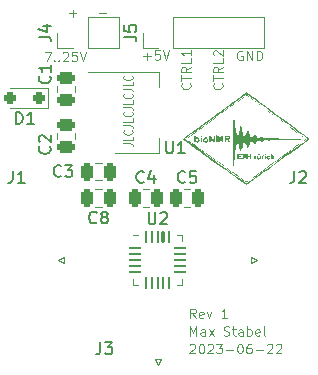
<source format=gbr>
%TF.GenerationSoftware,KiCad,Pcbnew,7.0.5-1.fc38*%
%TF.CreationDate,2023-06-22T15:58:46+02:00*%
%TF.ProjectId,tr_switch,74725f73-7769-4746-9368-2e6b69636164,1*%
%TF.SameCoordinates,Original*%
%TF.FileFunction,Legend,Top*%
%TF.FilePolarity,Positive*%
%FSLAX46Y46*%
G04 Gerber Fmt 4.6, Leading zero omitted, Abs format (unit mm)*
G04 Created by KiCad (PCBNEW 7.0.5-1.fc38) date 2023-06-22 15:58:46*
%MOMM*%
%LPD*%
G01*
G04 APERTURE LIST*
G04 Aperture macros list*
%AMRoundRect*
0 Rectangle with rounded corners*
0 $1 Rounding radius*
0 $2 $3 $4 $5 $6 $7 $8 $9 X,Y pos of 4 corners*
0 Add a 4 corners polygon primitive as box body*
4,1,4,$2,$3,$4,$5,$6,$7,$8,$9,$2,$3,0*
0 Add four circle primitives for the rounded corners*
1,1,$1+$1,$2,$3*
1,1,$1+$1,$4,$5*
1,1,$1+$1,$6,$7*
1,1,$1+$1,$8,$9*
0 Add four rect primitives between the rounded corners*
20,1,$1+$1,$2,$3,$4,$5,0*
20,1,$1+$1,$4,$5,$6,$7,0*
20,1,$1+$1,$6,$7,$8,$9,0*
20,1,$1+$1,$8,$9,$2,$3,0*%
G04 Aperture macros list end*
%ADD10C,0.100000*%
%ADD11C,0.150000*%
%ADD12C,0.120000*%
%ADD13RoundRect,0.062500X-0.412500X-0.062500X0.412500X-0.062500X0.412500X0.062500X-0.412500X0.062500X0*%
%ADD14RoundRect,0.062500X-0.062500X-0.412500X0.062500X-0.412500X0.062500X0.412500X-0.062500X0.412500X0*%
%ADD15RoundRect,0.063750X-0.063750X-0.411250X0.063750X-0.411250X0.063750X0.411250X-0.063750X0.411250X0*%
%ADD16R,2.030000X2.030000*%
%ADD17R,1.700000X1.700000*%
%ADD18O,1.700000X1.700000*%
%ADD19R,5.080000X2.290000*%
%ADD20R,5.080000X2.420000*%
%ADD21C,0.700000*%
%ADD22C,4.400000*%
%ADD23RoundRect,0.250000X0.250000X0.475000X-0.250000X0.475000X-0.250000X-0.475000X0.250000X-0.475000X0*%
%ADD24RoundRect,0.250000X-0.250000X-0.475000X0.250000X-0.475000X0.250000X0.475000X-0.250000X0.475000X0*%
%ADD25RoundRect,0.250000X0.250000X0.250000X-0.250000X0.250000X-0.250000X-0.250000X0.250000X-0.250000X0*%
%ADD26R,2.000000X1.500000*%
%ADD27R,2.000000X3.800000*%
%ADD28RoundRect,0.250000X0.475000X-0.250000X0.475000X0.250000X-0.475000X0.250000X-0.475000X-0.250000X0*%
%ADD29RoundRect,0.250000X-0.475000X0.250000X-0.475000X-0.250000X0.475000X-0.250000X0.475000X0.250000X0*%
%ADD30R,2.420000X5.080000*%
%ADD31R,2.290000X5.080000*%
G04 APERTURE END LIST*
D10*
X18213408Y-26396895D02*
X17946741Y-26015942D01*
X17756265Y-26396895D02*
X17756265Y-25596895D01*
X17756265Y-25596895D02*
X18061027Y-25596895D01*
X18061027Y-25596895D02*
X18137217Y-25634990D01*
X18137217Y-25634990D02*
X18175312Y-25673085D01*
X18175312Y-25673085D02*
X18213408Y-25749276D01*
X18213408Y-25749276D02*
X18213408Y-25863561D01*
X18213408Y-25863561D02*
X18175312Y-25939752D01*
X18175312Y-25939752D02*
X18137217Y-25977847D01*
X18137217Y-25977847D02*
X18061027Y-26015942D01*
X18061027Y-26015942D02*
X17756265Y-26015942D01*
X18861027Y-26358800D02*
X18784836Y-26396895D01*
X18784836Y-26396895D02*
X18632455Y-26396895D01*
X18632455Y-26396895D02*
X18556265Y-26358800D01*
X18556265Y-26358800D02*
X18518169Y-26282609D01*
X18518169Y-26282609D02*
X18518169Y-25977847D01*
X18518169Y-25977847D02*
X18556265Y-25901657D01*
X18556265Y-25901657D02*
X18632455Y-25863561D01*
X18632455Y-25863561D02*
X18784836Y-25863561D01*
X18784836Y-25863561D02*
X18861027Y-25901657D01*
X18861027Y-25901657D02*
X18899122Y-25977847D01*
X18899122Y-25977847D02*
X18899122Y-26054038D01*
X18899122Y-26054038D02*
X18518169Y-26130228D01*
X19165788Y-25863561D02*
X19356264Y-26396895D01*
X19356264Y-26396895D02*
X19546741Y-25863561D01*
X20880074Y-26396895D02*
X20422931Y-26396895D01*
X20651503Y-26396895D02*
X20651503Y-25596895D01*
X20651503Y-25596895D02*
X20575312Y-25711180D01*
X20575312Y-25711180D02*
X20499122Y-25787371D01*
X20499122Y-25787371D02*
X20422931Y-25825466D01*
X17756265Y-27896895D02*
X17756265Y-27096895D01*
X17756265Y-27096895D02*
X18022931Y-27668323D01*
X18022931Y-27668323D02*
X18289598Y-27096895D01*
X18289598Y-27096895D02*
X18289598Y-27896895D01*
X19013408Y-27896895D02*
X19013408Y-27477847D01*
X19013408Y-27477847D02*
X18975313Y-27401657D01*
X18975313Y-27401657D02*
X18899122Y-27363561D01*
X18899122Y-27363561D02*
X18746741Y-27363561D01*
X18746741Y-27363561D02*
X18670551Y-27401657D01*
X19013408Y-27858800D02*
X18937217Y-27896895D01*
X18937217Y-27896895D02*
X18746741Y-27896895D01*
X18746741Y-27896895D02*
X18670551Y-27858800D01*
X18670551Y-27858800D02*
X18632455Y-27782609D01*
X18632455Y-27782609D02*
X18632455Y-27706419D01*
X18632455Y-27706419D02*
X18670551Y-27630228D01*
X18670551Y-27630228D02*
X18746741Y-27592133D01*
X18746741Y-27592133D02*
X18937217Y-27592133D01*
X18937217Y-27592133D02*
X19013408Y-27554038D01*
X19318170Y-27896895D02*
X19737218Y-27363561D01*
X19318170Y-27363561D02*
X19737218Y-27896895D01*
X20613408Y-27858800D02*
X20727694Y-27896895D01*
X20727694Y-27896895D02*
X20918170Y-27896895D01*
X20918170Y-27896895D02*
X20994361Y-27858800D01*
X20994361Y-27858800D02*
X21032456Y-27820704D01*
X21032456Y-27820704D02*
X21070551Y-27744514D01*
X21070551Y-27744514D02*
X21070551Y-27668323D01*
X21070551Y-27668323D02*
X21032456Y-27592133D01*
X21032456Y-27592133D02*
X20994361Y-27554038D01*
X20994361Y-27554038D02*
X20918170Y-27515942D01*
X20918170Y-27515942D02*
X20765789Y-27477847D01*
X20765789Y-27477847D02*
X20689599Y-27439752D01*
X20689599Y-27439752D02*
X20651504Y-27401657D01*
X20651504Y-27401657D02*
X20613408Y-27325466D01*
X20613408Y-27325466D02*
X20613408Y-27249276D01*
X20613408Y-27249276D02*
X20651504Y-27173085D01*
X20651504Y-27173085D02*
X20689599Y-27134990D01*
X20689599Y-27134990D02*
X20765789Y-27096895D01*
X20765789Y-27096895D02*
X20956266Y-27096895D01*
X20956266Y-27096895D02*
X21070551Y-27134990D01*
X21299123Y-27363561D02*
X21603885Y-27363561D01*
X21413409Y-27096895D02*
X21413409Y-27782609D01*
X21413409Y-27782609D02*
X21451504Y-27858800D01*
X21451504Y-27858800D02*
X21527694Y-27896895D01*
X21527694Y-27896895D02*
X21603885Y-27896895D01*
X22213409Y-27896895D02*
X22213409Y-27477847D01*
X22213409Y-27477847D02*
X22175314Y-27401657D01*
X22175314Y-27401657D02*
X22099123Y-27363561D01*
X22099123Y-27363561D02*
X21946742Y-27363561D01*
X21946742Y-27363561D02*
X21870552Y-27401657D01*
X22213409Y-27858800D02*
X22137218Y-27896895D01*
X22137218Y-27896895D02*
X21946742Y-27896895D01*
X21946742Y-27896895D02*
X21870552Y-27858800D01*
X21870552Y-27858800D02*
X21832456Y-27782609D01*
X21832456Y-27782609D02*
X21832456Y-27706419D01*
X21832456Y-27706419D02*
X21870552Y-27630228D01*
X21870552Y-27630228D02*
X21946742Y-27592133D01*
X21946742Y-27592133D02*
X22137218Y-27592133D01*
X22137218Y-27592133D02*
X22213409Y-27554038D01*
X22594362Y-27896895D02*
X22594362Y-27096895D01*
X22594362Y-27401657D02*
X22670552Y-27363561D01*
X22670552Y-27363561D02*
X22822933Y-27363561D01*
X22822933Y-27363561D02*
X22899124Y-27401657D01*
X22899124Y-27401657D02*
X22937219Y-27439752D01*
X22937219Y-27439752D02*
X22975314Y-27515942D01*
X22975314Y-27515942D02*
X22975314Y-27744514D01*
X22975314Y-27744514D02*
X22937219Y-27820704D01*
X22937219Y-27820704D02*
X22899124Y-27858800D01*
X22899124Y-27858800D02*
X22822933Y-27896895D01*
X22822933Y-27896895D02*
X22670552Y-27896895D01*
X22670552Y-27896895D02*
X22594362Y-27858800D01*
X23622934Y-27858800D02*
X23546743Y-27896895D01*
X23546743Y-27896895D02*
X23394362Y-27896895D01*
X23394362Y-27896895D02*
X23318172Y-27858800D01*
X23318172Y-27858800D02*
X23280076Y-27782609D01*
X23280076Y-27782609D02*
X23280076Y-27477847D01*
X23280076Y-27477847D02*
X23318172Y-27401657D01*
X23318172Y-27401657D02*
X23394362Y-27363561D01*
X23394362Y-27363561D02*
X23546743Y-27363561D01*
X23546743Y-27363561D02*
X23622934Y-27401657D01*
X23622934Y-27401657D02*
X23661029Y-27477847D01*
X23661029Y-27477847D02*
X23661029Y-27554038D01*
X23661029Y-27554038D02*
X23280076Y-27630228D01*
X24118171Y-27896895D02*
X24041981Y-27858800D01*
X24041981Y-27858800D02*
X24003886Y-27782609D01*
X24003886Y-27782609D02*
X24003886Y-27096895D01*
X17718169Y-28673085D02*
X17756265Y-28634990D01*
X17756265Y-28634990D02*
X17832455Y-28596895D01*
X17832455Y-28596895D02*
X18022931Y-28596895D01*
X18022931Y-28596895D02*
X18099122Y-28634990D01*
X18099122Y-28634990D02*
X18137217Y-28673085D01*
X18137217Y-28673085D02*
X18175312Y-28749276D01*
X18175312Y-28749276D02*
X18175312Y-28825466D01*
X18175312Y-28825466D02*
X18137217Y-28939752D01*
X18137217Y-28939752D02*
X17680074Y-29396895D01*
X17680074Y-29396895D02*
X18175312Y-29396895D01*
X18670551Y-28596895D02*
X18746741Y-28596895D01*
X18746741Y-28596895D02*
X18822932Y-28634990D01*
X18822932Y-28634990D02*
X18861027Y-28673085D01*
X18861027Y-28673085D02*
X18899122Y-28749276D01*
X18899122Y-28749276D02*
X18937217Y-28901657D01*
X18937217Y-28901657D02*
X18937217Y-29092133D01*
X18937217Y-29092133D02*
X18899122Y-29244514D01*
X18899122Y-29244514D02*
X18861027Y-29320704D01*
X18861027Y-29320704D02*
X18822932Y-29358800D01*
X18822932Y-29358800D02*
X18746741Y-29396895D01*
X18746741Y-29396895D02*
X18670551Y-29396895D01*
X18670551Y-29396895D02*
X18594360Y-29358800D01*
X18594360Y-29358800D02*
X18556265Y-29320704D01*
X18556265Y-29320704D02*
X18518170Y-29244514D01*
X18518170Y-29244514D02*
X18480074Y-29092133D01*
X18480074Y-29092133D02*
X18480074Y-28901657D01*
X18480074Y-28901657D02*
X18518170Y-28749276D01*
X18518170Y-28749276D02*
X18556265Y-28673085D01*
X18556265Y-28673085D02*
X18594360Y-28634990D01*
X18594360Y-28634990D02*
X18670551Y-28596895D01*
X19241979Y-28673085D02*
X19280075Y-28634990D01*
X19280075Y-28634990D02*
X19356265Y-28596895D01*
X19356265Y-28596895D02*
X19546741Y-28596895D01*
X19546741Y-28596895D02*
X19622932Y-28634990D01*
X19622932Y-28634990D02*
X19661027Y-28673085D01*
X19661027Y-28673085D02*
X19699122Y-28749276D01*
X19699122Y-28749276D02*
X19699122Y-28825466D01*
X19699122Y-28825466D02*
X19661027Y-28939752D01*
X19661027Y-28939752D02*
X19203884Y-29396895D01*
X19203884Y-29396895D02*
X19699122Y-29396895D01*
X19965789Y-28596895D02*
X20461027Y-28596895D01*
X20461027Y-28596895D02*
X20194361Y-28901657D01*
X20194361Y-28901657D02*
X20308646Y-28901657D01*
X20308646Y-28901657D02*
X20384837Y-28939752D01*
X20384837Y-28939752D02*
X20422932Y-28977847D01*
X20422932Y-28977847D02*
X20461027Y-29054038D01*
X20461027Y-29054038D02*
X20461027Y-29244514D01*
X20461027Y-29244514D02*
X20422932Y-29320704D01*
X20422932Y-29320704D02*
X20384837Y-29358800D01*
X20384837Y-29358800D02*
X20308646Y-29396895D01*
X20308646Y-29396895D02*
X20080075Y-29396895D01*
X20080075Y-29396895D02*
X20003884Y-29358800D01*
X20003884Y-29358800D02*
X19965789Y-29320704D01*
X20803885Y-29092133D02*
X21413409Y-29092133D01*
X21946742Y-28596895D02*
X22022932Y-28596895D01*
X22022932Y-28596895D02*
X22099123Y-28634990D01*
X22099123Y-28634990D02*
X22137218Y-28673085D01*
X22137218Y-28673085D02*
X22175313Y-28749276D01*
X22175313Y-28749276D02*
X22213408Y-28901657D01*
X22213408Y-28901657D02*
X22213408Y-29092133D01*
X22213408Y-29092133D02*
X22175313Y-29244514D01*
X22175313Y-29244514D02*
X22137218Y-29320704D01*
X22137218Y-29320704D02*
X22099123Y-29358800D01*
X22099123Y-29358800D02*
X22022932Y-29396895D01*
X22022932Y-29396895D02*
X21946742Y-29396895D01*
X21946742Y-29396895D02*
X21870551Y-29358800D01*
X21870551Y-29358800D02*
X21832456Y-29320704D01*
X21832456Y-29320704D02*
X21794361Y-29244514D01*
X21794361Y-29244514D02*
X21756265Y-29092133D01*
X21756265Y-29092133D02*
X21756265Y-28901657D01*
X21756265Y-28901657D02*
X21794361Y-28749276D01*
X21794361Y-28749276D02*
X21832456Y-28673085D01*
X21832456Y-28673085D02*
X21870551Y-28634990D01*
X21870551Y-28634990D02*
X21946742Y-28596895D01*
X22899123Y-28596895D02*
X22746742Y-28596895D01*
X22746742Y-28596895D02*
X22670551Y-28634990D01*
X22670551Y-28634990D02*
X22632456Y-28673085D01*
X22632456Y-28673085D02*
X22556266Y-28787371D01*
X22556266Y-28787371D02*
X22518170Y-28939752D01*
X22518170Y-28939752D02*
X22518170Y-29244514D01*
X22518170Y-29244514D02*
X22556266Y-29320704D01*
X22556266Y-29320704D02*
X22594361Y-29358800D01*
X22594361Y-29358800D02*
X22670551Y-29396895D01*
X22670551Y-29396895D02*
X22822932Y-29396895D01*
X22822932Y-29396895D02*
X22899123Y-29358800D01*
X22899123Y-29358800D02*
X22937218Y-29320704D01*
X22937218Y-29320704D02*
X22975313Y-29244514D01*
X22975313Y-29244514D02*
X22975313Y-29054038D01*
X22975313Y-29054038D02*
X22937218Y-28977847D01*
X22937218Y-28977847D02*
X22899123Y-28939752D01*
X22899123Y-28939752D02*
X22822932Y-28901657D01*
X22822932Y-28901657D02*
X22670551Y-28901657D01*
X22670551Y-28901657D02*
X22594361Y-28939752D01*
X22594361Y-28939752D02*
X22556266Y-28977847D01*
X22556266Y-28977847D02*
X22518170Y-29054038D01*
X23318171Y-29092133D02*
X23927695Y-29092133D01*
X24270551Y-28673085D02*
X24308647Y-28634990D01*
X24308647Y-28634990D02*
X24384837Y-28596895D01*
X24384837Y-28596895D02*
X24575313Y-28596895D01*
X24575313Y-28596895D02*
X24651504Y-28634990D01*
X24651504Y-28634990D02*
X24689599Y-28673085D01*
X24689599Y-28673085D02*
X24727694Y-28749276D01*
X24727694Y-28749276D02*
X24727694Y-28825466D01*
X24727694Y-28825466D02*
X24689599Y-28939752D01*
X24689599Y-28939752D02*
X24232456Y-29396895D01*
X24232456Y-29396895D02*
X24727694Y-29396895D01*
X25032456Y-28673085D02*
X25070552Y-28634990D01*
X25070552Y-28634990D02*
X25146742Y-28596895D01*
X25146742Y-28596895D02*
X25337218Y-28596895D01*
X25337218Y-28596895D02*
X25413409Y-28634990D01*
X25413409Y-28634990D02*
X25451504Y-28673085D01*
X25451504Y-28673085D02*
X25489599Y-28749276D01*
X25489599Y-28749276D02*
X25489599Y-28825466D01*
X25489599Y-28825466D02*
X25451504Y-28939752D01*
X25451504Y-28939752D02*
X24994361Y-29396895D01*
X24994361Y-29396895D02*
X25489599Y-29396895D01*
X20420704Y-6536591D02*
X20458800Y-6574687D01*
X20458800Y-6574687D02*
X20496895Y-6688972D01*
X20496895Y-6688972D02*
X20496895Y-6765163D01*
X20496895Y-6765163D02*
X20458800Y-6879449D01*
X20458800Y-6879449D02*
X20382609Y-6955639D01*
X20382609Y-6955639D02*
X20306419Y-6993734D01*
X20306419Y-6993734D02*
X20154038Y-7031830D01*
X20154038Y-7031830D02*
X20039752Y-7031830D01*
X20039752Y-7031830D02*
X19887371Y-6993734D01*
X19887371Y-6993734D02*
X19811180Y-6955639D01*
X19811180Y-6955639D02*
X19734990Y-6879449D01*
X19734990Y-6879449D02*
X19696895Y-6765163D01*
X19696895Y-6765163D02*
X19696895Y-6688972D01*
X19696895Y-6688972D02*
X19734990Y-6574687D01*
X19734990Y-6574687D02*
X19773085Y-6536591D01*
X19696895Y-6308020D02*
X19696895Y-5850877D01*
X20496895Y-6079449D02*
X19696895Y-6079449D01*
X20496895Y-5127067D02*
X20115942Y-5393734D01*
X20496895Y-5584210D02*
X19696895Y-5584210D01*
X19696895Y-5584210D02*
X19696895Y-5279448D01*
X19696895Y-5279448D02*
X19734990Y-5203258D01*
X19734990Y-5203258D02*
X19773085Y-5165163D01*
X19773085Y-5165163D02*
X19849276Y-5127067D01*
X19849276Y-5127067D02*
X19963561Y-5127067D01*
X19963561Y-5127067D02*
X20039752Y-5165163D01*
X20039752Y-5165163D02*
X20077847Y-5203258D01*
X20077847Y-5203258D02*
X20115942Y-5279448D01*
X20115942Y-5279448D02*
X20115942Y-5584210D01*
X20496895Y-4403258D02*
X20496895Y-4784210D01*
X20496895Y-4784210D02*
X19696895Y-4784210D01*
X19773085Y-4174687D02*
X19734990Y-4136591D01*
X19734990Y-4136591D02*
X19696895Y-4060401D01*
X19696895Y-4060401D02*
X19696895Y-3869925D01*
X19696895Y-3869925D02*
X19734990Y-3793734D01*
X19734990Y-3793734D02*
X19773085Y-3755639D01*
X19773085Y-3755639D02*
X19849276Y-3717544D01*
X19849276Y-3717544D02*
X19925466Y-3717544D01*
X19925466Y-3717544D02*
X20039752Y-3755639D01*
X20039752Y-3755639D02*
X20496895Y-4212782D01*
X20496895Y-4212782D02*
X20496895Y-3717544D01*
X17720704Y-6536591D02*
X17758800Y-6574687D01*
X17758800Y-6574687D02*
X17796895Y-6688972D01*
X17796895Y-6688972D02*
X17796895Y-6765163D01*
X17796895Y-6765163D02*
X17758800Y-6879449D01*
X17758800Y-6879449D02*
X17682609Y-6955639D01*
X17682609Y-6955639D02*
X17606419Y-6993734D01*
X17606419Y-6993734D02*
X17454038Y-7031830D01*
X17454038Y-7031830D02*
X17339752Y-7031830D01*
X17339752Y-7031830D02*
X17187371Y-6993734D01*
X17187371Y-6993734D02*
X17111180Y-6955639D01*
X17111180Y-6955639D02*
X17034990Y-6879449D01*
X17034990Y-6879449D02*
X16996895Y-6765163D01*
X16996895Y-6765163D02*
X16996895Y-6688972D01*
X16996895Y-6688972D02*
X17034990Y-6574687D01*
X17034990Y-6574687D02*
X17073085Y-6536591D01*
X16996895Y-6308020D02*
X16996895Y-5850877D01*
X17796895Y-6079449D02*
X16996895Y-6079449D01*
X17796895Y-5127067D02*
X17415942Y-5393734D01*
X17796895Y-5584210D02*
X16996895Y-5584210D01*
X16996895Y-5584210D02*
X16996895Y-5279448D01*
X16996895Y-5279448D02*
X17034990Y-5203258D01*
X17034990Y-5203258D02*
X17073085Y-5165163D01*
X17073085Y-5165163D02*
X17149276Y-5127067D01*
X17149276Y-5127067D02*
X17263561Y-5127067D01*
X17263561Y-5127067D02*
X17339752Y-5165163D01*
X17339752Y-5165163D02*
X17377847Y-5203258D01*
X17377847Y-5203258D02*
X17415942Y-5279448D01*
X17415942Y-5279448D02*
X17415942Y-5584210D01*
X17796895Y-4403258D02*
X17796895Y-4784210D01*
X17796895Y-4784210D02*
X16996895Y-4784210D01*
X17796895Y-3717544D02*
X17796895Y-4174687D01*
X17796895Y-3946115D02*
X16996895Y-3946115D01*
X16996895Y-3946115D02*
X17111180Y-4022306D01*
X17111180Y-4022306D02*
X17187371Y-4098496D01*
X17187371Y-4098496D02*
X17225466Y-4174687D01*
X22175312Y-3834990D02*
X22099122Y-3796895D01*
X22099122Y-3796895D02*
X21984836Y-3796895D01*
X21984836Y-3796895D02*
X21870550Y-3834990D01*
X21870550Y-3834990D02*
X21794360Y-3911180D01*
X21794360Y-3911180D02*
X21756265Y-3987371D01*
X21756265Y-3987371D02*
X21718169Y-4139752D01*
X21718169Y-4139752D02*
X21718169Y-4254038D01*
X21718169Y-4254038D02*
X21756265Y-4406419D01*
X21756265Y-4406419D02*
X21794360Y-4482609D01*
X21794360Y-4482609D02*
X21870550Y-4558800D01*
X21870550Y-4558800D02*
X21984836Y-4596895D01*
X21984836Y-4596895D02*
X22061027Y-4596895D01*
X22061027Y-4596895D02*
X22175312Y-4558800D01*
X22175312Y-4558800D02*
X22213408Y-4520704D01*
X22213408Y-4520704D02*
X22213408Y-4254038D01*
X22213408Y-4254038D02*
X22061027Y-4254038D01*
X22556265Y-4596895D02*
X22556265Y-3796895D01*
X22556265Y-3796895D02*
X23013408Y-4596895D01*
X23013408Y-4596895D02*
X23013408Y-3796895D01*
X23394360Y-4596895D02*
X23394360Y-3796895D01*
X23394360Y-3796895D02*
X23584836Y-3796895D01*
X23584836Y-3796895D02*
X23699122Y-3834990D01*
X23699122Y-3834990D02*
X23775312Y-3911180D01*
X23775312Y-3911180D02*
X23813407Y-3987371D01*
X23813407Y-3987371D02*
X23851503Y-4139752D01*
X23851503Y-4139752D02*
X23851503Y-4254038D01*
X23851503Y-4254038D02*
X23813407Y-4406419D01*
X23813407Y-4406419D02*
X23775312Y-4482609D01*
X23775312Y-4482609D02*
X23699122Y-4558800D01*
X23699122Y-4558800D02*
X23584836Y-4596895D01*
X23584836Y-4596895D02*
X23394360Y-4596895D01*
X13806265Y-4242133D02*
X14415789Y-4242133D01*
X14111027Y-4546895D02*
X14111027Y-3937371D01*
X15177693Y-3746895D02*
X14796741Y-3746895D01*
X14796741Y-3746895D02*
X14758645Y-4127847D01*
X14758645Y-4127847D02*
X14796741Y-4089752D01*
X14796741Y-4089752D02*
X14872931Y-4051657D01*
X14872931Y-4051657D02*
X15063407Y-4051657D01*
X15063407Y-4051657D02*
X15139598Y-4089752D01*
X15139598Y-4089752D02*
X15177693Y-4127847D01*
X15177693Y-4127847D02*
X15215788Y-4204038D01*
X15215788Y-4204038D02*
X15215788Y-4394514D01*
X15215788Y-4394514D02*
X15177693Y-4470704D01*
X15177693Y-4470704D02*
X15139598Y-4508800D01*
X15139598Y-4508800D02*
X15063407Y-4546895D01*
X15063407Y-4546895D02*
X14872931Y-4546895D01*
X14872931Y-4546895D02*
X14796741Y-4508800D01*
X14796741Y-4508800D02*
X14758645Y-4470704D01*
X15444360Y-3746895D02*
X15711027Y-4546895D01*
X15711027Y-4546895D02*
X15977693Y-3746895D01*
X7506265Y-592133D02*
X8115789Y-592133D01*
X7811027Y-896895D02*
X7811027Y-287371D01*
X10006265Y-592133D02*
X10615789Y-592133D01*
X5430074Y-3846895D02*
X5963408Y-3846895D01*
X5963408Y-3846895D02*
X5620550Y-4646895D01*
X6268170Y-4570704D02*
X6306265Y-4608800D01*
X6306265Y-4608800D02*
X6268170Y-4646895D01*
X6268170Y-4646895D02*
X6230074Y-4608800D01*
X6230074Y-4608800D02*
X6268170Y-4570704D01*
X6268170Y-4570704D02*
X6268170Y-4646895D01*
X6649122Y-4570704D02*
X6687217Y-4608800D01*
X6687217Y-4608800D02*
X6649122Y-4646895D01*
X6649122Y-4646895D02*
X6611026Y-4608800D01*
X6611026Y-4608800D02*
X6649122Y-4570704D01*
X6649122Y-4570704D02*
X6649122Y-4646895D01*
X6991978Y-3923085D02*
X7030074Y-3884990D01*
X7030074Y-3884990D02*
X7106264Y-3846895D01*
X7106264Y-3846895D02*
X7296740Y-3846895D01*
X7296740Y-3846895D02*
X7372931Y-3884990D01*
X7372931Y-3884990D02*
X7411026Y-3923085D01*
X7411026Y-3923085D02*
X7449121Y-3999276D01*
X7449121Y-3999276D02*
X7449121Y-4075466D01*
X7449121Y-4075466D02*
X7411026Y-4189752D01*
X7411026Y-4189752D02*
X6953883Y-4646895D01*
X6953883Y-4646895D02*
X7449121Y-4646895D01*
X8172931Y-3846895D02*
X7791979Y-3846895D01*
X7791979Y-3846895D02*
X7753883Y-4227847D01*
X7753883Y-4227847D02*
X7791979Y-4189752D01*
X7791979Y-4189752D02*
X7868169Y-4151657D01*
X7868169Y-4151657D02*
X8058645Y-4151657D01*
X8058645Y-4151657D02*
X8134836Y-4189752D01*
X8134836Y-4189752D02*
X8172931Y-4227847D01*
X8172931Y-4227847D02*
X8211026Y-4304038D01*
X8211026Y-4304038D02*
X8211026Y-4494514D01*
X8211026Y-4494514D02*
X8172931Y-4570704D01*
X8172931Y-4570704D02*
X8134836Y-4608800D01*
X8134836Y-4608800D02*
X8058645Y-4646895D01*
X8058645Y-4646895D02*
X7868169Y-4646895D01*
X7868169Y-4646895D02*
X7791979Y-4608800D01*
X7791979Y-4608800D02*
X7753883Y-4570704D01*
X8439598Y-3846895D02*
X8706265Y-4646895D01*
X8706265Y-4646895D02*
X8972931Y-3846895D01*
X12096895Y-11619925D02*
X12668323Y-11619925D01*
X12668323Y-11619925D02*
X12782609Y-11648496D01*
X12782609Y-11648496D02*
X12858800Y-11705639D01*
X12858800Y-11705639D02*
X12896895Y-11791353D01*
X12896895Y-11791353D02*
X12896895Y-11848496D01*
X12896895Y-11048496D02*
X12896895Y-11334210D01*
X12896895Y-11334210D02*
X12096895Y-11334210D01*
X12820704Y-10505639D02*
X12858800Y-10534211D01*
X12858800Y-10534211D02*
X12896895Y-10619925D01*
X12896895Y-10619925D02*
X12896895Y-10677068D01*
X12896895Y-10677068D02*
X12858800Y-10762782D01*
X12858800Y-10762782D02*
X12782609Y-10819925D01*
X12782609Y-10819925D02*
X12706419Y-10848496D01*
X12706419Y-10848496D02*
X12554038Y-10877068D01*
X12554038Y-10877068D02*
X12439752Y-10877068D01*
X12439752Y-10877068D02*
X12287371Y-10848496D01*
X12287371Y-10848496D02*
X12211180Y-10819925D01*
X12211180Y-10819925D02*
X12134990Y-10762782D01*
X12134990Y-10762782D02*
X12096895Y-10677068D01*
X12096895Y-10677068D02*
X12096895Y-10619925D01*
X12096895Y-10619925D02*
X12134990Y-10534211D01*
X12134990Y-10534211D02*
X12173085Y-10505639D01*
X12096895Y-10077068D02*
X12668323Y-10077068D01*
X12668323Y-10077068D02*
X12782609Y-10105639D01*
X12782609Y-10105639D02*
X12858800Y-10162782D01*
X12858800Y-10162782D02*
X12896895Y-10248496D01*
X12896895Y-10248496D02*
X12896895Y-10305639D01*
X12896895Y-9505639D02*
X12896895Y-9791353D01*
X12896895Y-9791353D02*
X12096895Y-9791353D01*
X12820704Y-8962782D02*
X12858800Y-8991354D01*
X12858800Y-8991354D02*
X12896895Y-9077068D01*
X12896895Y-9077068D02*
X12896895Y-9134211D01*
X12896895Y-9134211D02*
X12858800Y-9219925D01*
X12858800Y-9219925D02*
X12782609Y-9277068D01*
X12782609Y-9277068D02*
X12706419Y-9305639D01*
X12706419Y-9305639D02*
X12554038Y-9334211D01*
X12554038Y-9334211D02*
X12439752Y-9334211D01*
X12439752Y-9334211D02*
X12287371Y-9305639D01*
X12287371Y-9305639D02*
X12211180Y-9277068D01*
X12211180Y-9277068D02*
X12134990Y-9219925D01*
X12134990Y-9219925D02*
X12096895Y-9134211D01*
X12096895Y-9134211D02*
X12096895Y-9077068D01*
X12096895Y-9077068D02*
X12134990Y-8991354D01*
X12134990Y-8991354D02*
X12173085Y-8962782D01*
X12096895Y-8534211D02*
X12668323Y-8534211D01*
X12668323Y-8534211D02*
X12782609Y-8562782D01*
X12782609Y-8562782D02*
X12858800Y-8619925D01*
X12858800Y-8619925D02*
X12896895Y-8705639D01*
X12896895Y-8705639D02*
X12896895Y-8762782D01*
X12896895Y-7962782D02*
X12896895Y-8248496D01*
X12896895Y-8248496D02*
X12096895Y-8248496D01*
X12820704Y-7419925D02*
X12858800Y-7448497D01*
X12858800Y-7448497D02*
X12896895Y-7534211D01*
X12896895Y-7534211D02*
X12896895Y-7591354D01*
X12896895Y-7591354D02*
X12858800Y-7677068D01*
X12858800Y-7677068D02*
X12782609Y-7734211D01*
X12782609Y-7734211D02*
X12706419Y-7762782D01*
X12706419Y-7762782D02*
X12554038Y-7791354D01*
X12554038Y-7791354D02*
X12439752Y-7791354D01*
X12439752Y-7791354D02*
X12287371Y-7762782D01*
X12287371Y-7762782D02*
X12211180Y-7734211D01*
X12211180Y-7734211D02*
X12134990Y-7677068D01*
X12134990Y-7677068D02*
X12096895Y-7591354D01*
X12096895Y-7591354D02*
X12096895Y-7534211D01*
X12096895Y-7534211D02*
X12134990Y-7448497D01*
X12134990Y-7448497D02*
X12173085Y-7419925D01*
X12096895Y-6991354D02*
X12668323Y-6991354D01*
X12668323Y-6991354D02*
X12782609Y-7019925D01*
X12782609Y-7019925D02*
X12858800Y-7077068D01*
X12858800Y-7077068D02*
X12896895Y-7162782D01*
X12896895Y-7162782D02*
X12896895Y-7219925D01*
X12896895Y-6419925D02*
X12896895Y-6705639D01*
X12896895Y-6705639D02*
X12096895Y-6705639D01*
X12820704Y-5877068D02*
X12858800Y-5905640D01*
X12858800Y-5905640D02*
X12896895Y-5991354D01*
X12896895Y-5991354D02*
X12896895Y-6048497D01*
X12896895Y-6048497D02*
X12858800Y-6134211D01*
X12858800Y-6134211D02*
X12782609Y-6191354D01*
X12782609Y-6191354D02*
X12706419Y-6219925D01*
X12706419Y-6219925D02*
X12554038Y-6248497D01*
X12554038Y-6248497D02*
X12439752Y-6248497D01*
X12439752Y-6248497D02*
X12287371Y-6219925D01*
X12287371Y-6219925D02*
X12211180Y-6191354D01*
X12211180Y-6191354D02*
X12134990Y-6134211D01*
X12134990Y-6134211D02*
X12096895Y-6048497D01*
X12096895Y-6048497D02*
X12096895Y-5991354D01*
X12096895Y-5991354D02*
X12134990Y-5905640D01*
X12134990Y-5905640D02*
X12173085Y-5877068D01*
D11*
%TO.C,U2*%
X14238095Y-17454819D02*
X14238095Y-18264342D01*
X14238095Y-18264342D02*
X14285714Y-18359580D01*
X14285714Y-18359580D02*
X14333333Y-18407200D01*
X14333333Y-18407200D02*
X14428571Y-18454819D01*
X14428571Y-18454819D02*
X14619047Y-18454819D01*
X14619047Y-18454819D02*
X14714285Y-18407200D01*
X14714285Y-18407200D02*
X14761904Y-18359580D01*
X14761904Y-18359580D02*
X14809523Y-18264342D01*
X14809523Y-18264342D02*
X14809523Y-17454819D01*
X15238095Y-17550057D02*
X15285714Y-17502438D01*
X15285714Y-17502438D02*
X15380952Y-17454819D01*
X15380952Y-17454819D02*
X15619047Y-17454819D01*
X15619047Y-17454819D02*
X15714285Y-17502438D01*
X15714285Y-17502438D02*
X15761904Y-17550057D01*
X15761904Y-17550057D02*
X15809523Y-17645295D01*
X15809523Y-17645295D02*
X15809523Y-17740533D01*
X15809523Y-17740533D02*
X15761904Y-17883390D01*
X15761904Y-17883390D02*
X15190476Y-18454819D01*
X15190476Y-18454819D02*
X15809523Y-18454819D01*
%TO.C,J5*%
X12191485Y-2583333D02*
X12905770Y-2583333D01*
X12905770Y-2583333D02*
X13048627Y-2630952D01*
X13048627Y-2630952D02*
X13143866Y-2726190D01*
X13143866Y-2726190D02*
X13191485Y-2869047D01*
X13191485Y-2869047D02*
X13191485Y-2964285D01*
X12191485Y-1630952D02*
X12191485Y-2107142D01*
X12191485Y-2107142D02*
X12667675Y-2154761D01*
X12667675Y-2154761D02*
X12620056Y-2107142D01*
X12620056Y-2107142D02*
X12572437Y-2011904D01*
X12572437Y-2011904D02*
X12572437Y-1773809D01*
X12572437Y-1773809D02*
X12620056Y-1678571D01*
X12620056Y-1678571D02*
X12667675Y-1630952D01*
X12667675Y-1630952D02*
X12762913Y-1583333D01*
X12762913Y-1583333D02*
X13001008Y-1583333D01*
X13001008Y-1583333D02*
X13096246Y-1630952D01*
X13096246Y-1630952D02*
X13143866Y-1678571D01*
X13143866Y-1678571D02*
X13191485Y-1773809D01*
X13191485Y-1773809D02*
X13191485Y-2011904D01*
X13191485Y-2011904D02*
X13143866Y-2107142D01*
X13143866Y-2107142D02*
X13096246Y-2154761D01*
%TO.C,J1*%
X2756666Y-13954819D02*
X2756666Y-14669104D01*
X2756666Y-14669104D02*
X2709047Y-14811961D01*
X2709047Y-14811961D02*
X2613809Y-14907200D01*
X2613809Y-14907200D02*
X2470952Y-14954819D01*
X2470952Y-14954819D02*
X2375714Y-14954819D01*
X3756666Y-14954819D02*
X3185238Y-14954819D01*
X3470952Y-14954819D02*
X3470952Y-13954819D01*
X3470952Y-13954819D02*
X3375714Y-14097676D01*
X3375714Y-14097676D02*
X3280476Y-14192914D01*
X3280476Y-14192914D02*
X3185238Y-14240533D01*
%TO.C,C3*%
X6833333Y-14359580D02*
X6785714Y-14407200D01*
X6785714Y-14407200D02*
X6642857Y-14454819D01*
X6642857Y-14454819D02*
X6547619Y-14454819D01*
X6547619Y-14454819D02*
X6404762Y-14407200D01*
X6404762Y-14407200D02*
X6309524Y-14311961D01*
X6309524Y-14311961D02*
X6261905Y-14216723D01*
X6261905Y-14216723D02*
X6214286Y-14026247D01*
X6214286Y-14026247D02*
X6214286Y-13883390D01*
X6214286Y-13883390D02*
X6261905Y-13692914D01*
X6261905Y-13692914D02*
X6309524Y-13597676D01*
X6309524Y-13597676D02*
X6404762Y-13502438D01*
X6404762Y-13502438D02*
X6547619Y-13454819D01*
X6547619Y-13454819D02*
X6642857Y-13454819D01*
X6642857Y-13454819D02*
X6785714Y-13502438D01*
X6785714Y-13502438D02*
X6833333Y-13550057D01*
X7166667Y-13454819D02*
X7785714Y-13454819D01*
X7785714Y-13454819D02*
X7452381Y-13835771D01*
X7452381Y-13835771D02*
X7595238Y-13835771D01*
X7595238Y-13835771D02*
X7690476Y-13883390D01*
X7690476Y-13883390D02*
X7738095Y-13931009D01*
X7738095Y-13931009D02*
X7785714Y-14026247D01*
X7785714Y-14026247D02*
X7785714Y-14264342D01*
X7785714Y-14264342D02*
X7738095Y-14359580D01*
X7738095Y-14359580D02*
X7690476Y-14407200D01*
X7690476Y-14407200D02*
X7595238Y-14454819D01*
X7595238Y-14454819D02*
X7309524Y-14454819D01*
X7309524Y-14454819D02*
X7214286Y-14407200D01*
X7214286Y-14407200D02*
X7166667Y-14359580D01*
%TO.C,C4*%
X13833333Y-14859580D02*
X13785714Y-14907200D01*
X13785714Y-14907200D02*
X13642857Y-14954819D01*
X13642857Y-14954819D02*
X13547619Y-14954819D01*
X13547619Y-14954819D02*
X13404762Y-14907200D01*
X13404762Y-14907200D02*
X13309524Y-14811961D01*
X13309524Y-14811961D02*
X13261905Y-14716723D01*
X13261905Y-14716723D02*
X13214286Y-14526247D01*
X13214286Y-14526247D02*
X13214286Y-14383390D01*
X13214286Y-14383390D02*
X13261905Y-14192914D01*
X13261905Y-14192914D02*
X13309524Y-14097676D01*
X13309524Y-14097676D02*
X13404762Y-14002438D01*
X13404762Y-14002438D02*
X13547619Y-13954819D01*
X13547619Y-13954819D02*
X13642857Y-13954819D01*
X13642857Y-13954819D02*
X13785714Y-14002438D01*
X13785714Y-14002438D02*
X13833333Y-14050057D01*
X14690476Y-14288152D02*
X14690476Y-14954819D01*
X14452381Y-13907200D02*
X14214286Y-14621485D01*
X14214286Y-14621485D02*
X14833333Y-14621485D01*
%TO.C,D1*%
X3011905Y-9954819D02*
X3011905Y-8954819D01*
X3011905Y-8954819D02*
X3250000Y-8954819D01*
X3250000Y-8954819D02*
X3392857Y-9002438D01*
X3392857Y-9002438D02*
X3488095Y-9097676D01*
X3488095Y-9097676D02*
X3535714Y-9192914D01*
X3535714Y-9192914D02*
X3583333Y-9383390D01*
X3583333Y-9383390D02*
X3583333Y-9526247D01*
X3583333Y-9526247D02*
X3535714Y-9716723D01*
X3535714Y-9716723D02*
X3488095Y-9811961D01*
X3488095Y-9811961D02*
X3392857Y-9907200D01*
X3392857Y-9907200D02*
X3250000Y-9954819D01*
X3250000Y-9954819D02*
X3011905Y-9954819D01*
X4535714Y-9954819D02*
X3964286Y-9954819D01*
X4250000Y-9954819D02*
X4250000Y-8954819D01*
X4250000Y-8954819D02*
X4154762Y-9097676D01*
X4154762Y-9097676D02*
X4059524Y-9192914D01*
X4059524Y-9192914D02*
X3964286Y-9240533D01*
%TO.C,J4*%
X4958152Y-2583333D02*
X5672437Y-2583333D01*
X5672437Y-2583333D02*
X5815294Y-2630952D01*
X5815294Y-2630952D02*
X5910533Y-2726190D01*
X5910533Y-2726190D02*
X5958152Y-2869047D01*
X5958152Y-2869047D02*
X5958152Y-2964285D01*
X5291485Y-1678571D02*
X5958152Y-1678571D01*
X4910533Y-1916666D02*
X5624818Y-2154761D01*
X5624818Y-2154761D02*
X5624818Y-1535714D01*
%TO.C,C5*%
X17333333Y-14859580D02*
X17285714Y-14907200D01*
X17285714Y-14907200D02*
X17142857Y-14954819D01*
X17142857Y-14954819D02*
X17047619Y-14954819D01*
X17047619Y-14954819D02*
X16904762Y-14907200D01*
X16904762Y-14907200D02*
X16809524Y-14811961D01*
X16809524Y-14811961D02*
X16761905Y-14716723D01*
X16761905Y-14716723D02*
X16714286Y-14526247D01*
X16714286Y-14526247D02*
X16714286Y-14383390D01*
X16714286Y-14383390D02*
X16761905Y-14192914D01*
X16761905Y-14192914D02*
X16809524Y-14097676D01*
X16809524Y-14097676D02*
X16904762Y-14002438D01*
X16904762Y-14002438D02*
X17047619Y-13954819D01*
X17047619Y-13954819D02*
X17142857Y-13954819D01*
X17142857Y-13954819D02*
X17285714Y-14002438D01*
X17285714Y-14002438D02*
X17333333Y-14050057D01*
X18238095Y-13954819D02*
X17761905Y-13954819D01*
X17761905Y-13954819D02*
X17714286Y-14431009D01*
X17714286Y-14431009D02*
X17761905Y-14383390D01*
X17761905Y-14383390D02*
X17857143Y-14335771D01*
X17857143Y-14335771D02*
X18095238Y-14335771D01*
X18095238Y-14335771D02*
X18190476Y-14383390D01*
X18190476Y-14383390D02*
X18238095Y-14431009D01*
X18238095Y-14431009D02*
X18285714Y-14526247D01*
X18285714Y-14526247D02*
X18285714Y-14764342D01*
X18285714Y-14764342D02*
X18238095Y-14859580D01*
X18238095Y-14859580D02*
X18190476Y-14907200D01*
X18190476Y-14907200D02*
X18095238Y-14954819D01*
X18095238Y-14954819D02*
X17857143Y-14954819D01*
X17857143Y-14954819D02*
X17761905Y-14907200D01*
X17761905Y-14907200D02*
X17714286Y-14859580D01*
%TO.C,U1*%
X15738095Y-11454819D02*
X15738095Y-12264342D01*
X15738095Y-12264342D02*
X15785714Y-12359580D01*
X15785714Y-12359580D02*
X15833333Y-12407200D01*
X15833333Y-12407200D02*
X15928571Y-12454819D01*
X15928571Y-12454819D02*
X16119047Y-12454819D01*
X16119047Y-12454819D02*
X16214285Y-12407200D01*
X16214285Y-12407200D02*
X16261904Y-12359580D01*
X16261904Y-12359580D02*
X16309523Y-12264342D01*
X16309523Y-12264342D02*
X16309523Y-11454819D01*
X17309523Y-12454819D02*
X16738095Y-12454819D01*
X17023809Y-12454819D02*
X17023809Y-11454819D01*
X17023809Y-11454819D02*
X16928571Y-11597676D01*
X16928571Y-11597676D02*
X16833333Y-11692914D01*
X16833333Y-11692914D02*
X16738095Y-11740533D01*
%TO.C,C2*%
X5859580Y-11866666D02*
X5907200Y-11914285D01*
X5907200Y-11914285D02*
X5954819Y-12057142D01*
X5954819Y-12057142D02*
X5954819Y-12152380D01*
X5954819Y-12152380D02*
X5907200Y-12295237D01*
X5907200Y-12295237D02*
X5811961Y-12390475D01*
X5811961Y-12390475D02*
X5716723Y-12438094D01*
X5716723Y-12438094D02*
X5526247Y-12485713D01*
X5526247Y-12485713D02*
X5383390Y-12485713D01*
X5383390Y-12485713D02*
X5192914Y-12438094D01*
X5192914Y-12438094D02*
X5097676Y-12390475D01*
X5097676Y-12390475D02*
X5002438Y-12295237D01*
X5002438Y-12295237D02*
X4954819Y-12152380D01*
X4954819Y-12152380D02*
X4954819Y-12057142D01*
X4954819Y-12057142D02*
X5002438Y-11914285D01*
X5002438Y-11914285D02*
X5050057Y-11866666D01*
X5050057Y-11485713D02*
X5002438Y-11438094D01*
X5002438Y-11438094D02*
X4954819Y-11342856D01*
X4954819Y-11342856D02*
X4954819Y-11104761D01*
X4954819Y-11104761D02*
X5002438Y-11009523D01*
X5002438Y-11009523D02*
X5050057Y-10961904D01*
X5050057Y-10961904D02*
X5145295Y-10914285D01*
X5145295Y-10914285D02*
X5240533Y-10914285D01*
X5240533Y-10914285D02*
X5383390Y-10961904D01*
X5383390Y-10961904D02*
X5954819Y-11533332D01*
X5954819Y-11533332D02*
X5954819Y-10914285D01*
%TO.C,J2*%
X26576666Y-13954819D02*
X26576666Y-14669104D01*
X26576666Y-14669104D02*
X26529047Y-14811961D01*
X26529047Y-14811961D02*
X26433809Y-14907200D01*
X26433809Y-14907200D02*
X26290952Y-14954819D01*
X26290952Y-14954819D02*
X26195714Y-14954819D01*
X27005238Y-14050057D02*
X27052857Y-14002438D01*
X27052857Y-14002438D02*
X27148095Y-13954819D01*
X27148095Y-13954819D02*
X27386190Y-13954819D01*
X27386190Y-13954819D02*
X27481428Y-14002438D01*
X27481428Y-14002438D02*
X27529047Y-14050057D01*
X27529047Y-14050057D02*
X27576666Y-14145295D01*
X27576666Y-14145295D02*
X27576666Y-14240533D01*
X27576666Y-14240533D02*
X27529047Y-14383390D01*
X27529047Y-14383390D02*
X26957619Y-14954819D01*
X26957619Y-14954819D02*
X27576666Y-14954819D01*
%TO.C,C1*%
X5859580Y-5916666D02*
X5907200Y-5964285D01*
X5907200Y-5964285D02*
X5954819Y-6107142D01*
X5954819Y-6107142D02*
X5954819Y-6202380D01*
X5954819Y-6202380D02*
X5907200Y-6345237D01*
X5907200Y-6345237D02*
X5811961Y-6440475D01*
X5811961Y-6440475D02*
X5716723Y-6488094D01*
X5716723Y-6488094D02*
X5526247Y-6535713D01*
X5526247Y-6535713D02*
X5383390Y-6535713D01*
X5383390Y-6535713D02*
X5192914Y-6488094D01*
X5192914Y-6488094D02*
X5097676Y-6440475D01*
X5097676Y-6440475D02*
X5002438Y-6345237D01*
X5002438Y-6345237D02*
X4954819Y-6202380D01*
X4954819Y-6202380D02*
X4954819Y-6107142D01*
X4954819Y-6107142D02*
X5002438Y-5964285D01*
X5002438Y-5964285D02*
X5050057Y-5916666D01*
X5954819Y-4964285D02*
X5954819Y-5535713D01*
X5954819Y-5249999D02*
X4954819Y-5249999D01*
X4954819Y-5249999D02*
X5097676Y-5345237D01*
X5097676Y-5345237D02*
X5192914Y-5440475D01*
X5192914Y-5440475D02*
X5240533Y-5535713D01*
%TO.C,C8*%
X9833333Y-18289580D02*
X9785714Y-18337200D01*
X9785714Y-18337200D02*
X9642857Y-18384819D01*
X9642857Y-18384819D02*
X9547619Y-18384819D01*
X9547619Y-18384819D02*
X9404762Y-18337200D01*
X9404762Y-18337200D02*
X9309524Y-18241961D01*
X9309524Y-18241961D02*
X9261905Y-18146723D01*
X9261905Y-18146723D02*
X9214286Y-17956247D01*
X9214286Y-17956247D02*
X9214286Y-17813390D01*
X9214286Y-17813390D02*
X9261905Y-17622914D01*
X9261905Y-17622914D02*
X9309524Y-17527676D01*
X9309524Y-17527676D02*
X9404762Y-17432438D01*
X9404762Y-17432438D02*
X9547619Y-17384819D01*
X9547619Y-17384819D02*
X9642857Y-17384819D01*
X9642857Y-17384819D02*
X9785714Y-17432438D01*
X9785714Y-17432438D02*
X9833333Y-17480057D01*
X10404762Y-17813390D02*
X10309524Y-17765771D01*
X10309524Y-17765771D02*
X10261905Y-17718152D01*
X10261905Y-17718152D02*
X10214286Y-17622914D01*
X10214286Y-17622914D02*
X10214286Y-17575295D01*
X10214286Y-17575295D02*
X10261905Y-17480057D01*
X10261905Y-17480057D02*
X10309524Y-17432438D01*
X10309524Y-17432438D02*
X10404762Y-17384819D01*
X10404762Y-17384819D02*
X10595238Y-17384819D01*
X10595238Y-17384819D02*
X10690476Y-17432438D01*
X10690476Y-17432438D02*
X10738095Y-17480057D01*
X10738095Y-17480057D02*
X10785714Y-17575295D01*
X10785714Y-17575295D02*
X10785714Y-17622914D01*
X10785714Y-17622914D02*
X10738095Y-17718152D01*
X10738095Y-17718152D02*
X10690476Y-17765771D01*
X10690476Y-17765771D02*
X10595238Y-17813390D01*
X10595238Y-17813390D02*
X10404762Y-17813390D01*
X10404762Y-17813390D02*
X10309524Y-17861009D01*
X10309524Y-17861009D02*
X10261905Y-17908628D01*
X10261905Y-17908628D02*
X10214286Y-18003866D01*
X10214286Y-18003866D02*
X10214286Y-18194342D01*
X10214286Y-18194342D02*
X10261905Y-18289580D01*
X10261905Y-18289580D02*
X10309524Y-18337200D01*
X10309524Y-18337200D02*
X10404762Y-18384819D01*
X10404762Y-18384819D02*
X10595238Y-18384819D01*
X10595238Y-18384819D02*
X10690476Y-18337200D01*
X10690476Y-18337200D02*
X10738095Y-18289580D01*
X10738095Y-18289580D02*
X10785714Y-18194342D01*
X10785714Y-18194342D02*
X10785714Y-18003866D01*
X10785714Y-18003866D02*
X10738095Y-17908628D01*
X10738095Y-17908628D02*
X10690476Y-17861009D01*
X10690476Y-17861009D02*
X10595238Y-17813390D01*
%TO.C,J3*%
X10166666Y-28454819D02*
X10166666Y-29169104D01*
X10166666Y-29169104D02*
X10119047Y-29311961D01*
X10119047Y-29311961D02*
X10023809Y-29407200D01*
X10023809Y-29407200D02*
X9880952Y-29454819D01*
X9880952Y-29454819D02*
X9785714Y-29454819D01*
X10547619Y-28454819D02*
X11166666Y-28454819D01*
X11166666Y-28454819D02*
X10833333Y-28835771D01*
X10833333Y-28835771D02*
X10976190Y-28835771D01*
X10976190Y-28835771D02*
X11071428Y-28883390D01*
X11071428Y-28883390D02*
X11119047Y-28931009D01*
X11119047Y-28931009D02*
X11166666Y-29026247D01*
X11166666Y-29026247D02*
X11166666Y-29264342D01*
X11166666Y-29264342D02*
X11119047Y-29359580D01*
X11119047Y-29359580D02*
X11071428Y-29407200D01*
X11071428Y-29407200D02*
X10976190Y-29454819D01*
X10976190Y-29454819D02*
X10690476Y-29454819D01*
X10690476Y-29454819D02*
X10595238Y-29407200D01*
X10595238Y-29407200D02*
X10547619Y-29359580D01*
%TO.C,G\u002A\u002A\u002A*%
G36*
X18699824Y-11114023D02*
G01*
X18757876Y-11119620D01*
X18757876Y-11325035D01*
X18757876Y-11530450D01*
X18699824Y-11536047D01*
X18641772Y-11541645D01*
X18641772Y-11325035D01*
X18641772Y-11108426D01*
X18699824Y-11114023D01*
G37*
G36*
X23547997Y-12534431D02*
G01*
X23553868Y-12557525D01*
X23541238Y-12587378D01*
X23518144Y-12593249D01*
X23488291Y-12580618D01*
X23482419Y-12557525D01*
X23495050Y-12527671D01*
X23518144Y-12521800D01*
X23547997Y-12534431D01*
G37*
G36*
X23673032Y-12534431D02*
G01*
X23678903Y-12557525D01*
X23666273Y-12587378D01*
X23643179Y-12593249D01*
X23613326Y-12580618D01*
X23607455Y-12557525D01*
X23620085Y-12527671D01*
X23643179Y-12521800D01*
X23673032Y-12534431D01*
G37*
G36*
X24133366Y-12527641D02*
G01*
X24141211Y-12551160D01*
X24140096Y-12561808D01*
X24123191Y-12595329D01*
X24093369Y-12609681D01*
X24066534Y-12599821D01*
X24055760Y-12572950D01*
X24054009Y-12554548D01*
X24065928Y-12528647D01*
X24099906Y-12521800D01*
X24133366Y-12527641D01*
G37*
G36*
X18747596Y-10952491D02*
G01*
X18763769Y-10965647D01*
X18763693Y-10997603D01*
X18763528Y-10999051D01*
X18753185Y-11034397D01*
X18725443Y-11050023D01*
X18699824Y-11053769D01*
X18660058Y-11054544D01*
X18644408Y-11039904D01*
X18641772Y-11004648D01*
X18645048Y-10968140D01*
X18662056Y-10952985D01*
X18703570Y-10949931D01*
X18705476Y-10949930D01*
X18747596Y-10952491D01*
G37*
G36*
X23996562Y-12643986D02*
G01*
X24011140Y-12669104D01*
X24001459Y-12698113D01*
X23974064Y-12716802D01*
X23962345Y-12718284D01*
X23928837Y-12734957D01*
X23905575Y-12782341D01*
X23894154Y-12856486D01*
X23893249Y-12889138D01*
X23891334Y-12938283D01*
X23881970Y-12961394D01*
X23859727Y-12968100D01*
X23848594Y-12968354D01*
X23827484Y-12967081D01*
X23814363Y-12958686D01*
X23807333Y-12936306D01*
X23804492Y-12893080D01*
X23803941Y-12822143D01*
X23803938Y-12807035D01*
X23803938Y-12645716D01*
X23861990Y-12648600D01*
X23911103Y-12647362D01*
X23946836Y-12640416D01*
X23983721Y-12638681D01*
X23996562Y-12643986D01*
G37*
G36*
X24119803Y-12648116D02*
G01*
X24132928Y-12656539D01*
X24139950Y-12678980D01*
X24142776Y-12722313D01*
X24143317Y-12793413D01*
X24143320Y-12807595D01*
X24142964Y-12883696D01*
X24140624Y-12930947D01*
X24134391Y-12956222D01*
X24122354Y-12966398D01*
X24102604Y-12968347D01*
X24098664Y-12968354D01*
X24077525Y-12967074D01*
X24064400Y-12958651D01*
X24057379Y-12936210D01*
X24054552Y-12892877D01*
X24054011Y-12821777D01*
X24054009Y-12807595D01*
X24054364Y-12731494D01*
X24056704Y-12684243D01*
X24062938Y-12658968D01*
X24074975Y-12648792D01*
X24094725Y-12646843D01*
X24098664Y-12646835D01*
X24119803Y-12648116D01*
G37*
G36*
X19469652Y-10950971D02*
G01*
X19492364Y-10957424D01*
X19514142Y-10974288D01*
X19539753Y-11006557D01*
X19573958Y-11059228D01*
X19621523Y-11137298D01*
X19624332Y-11141948D01*
X19740296Y-11333966D01*
X19745365Y-11141948D01*
X19750435Y-10949930D01*
X19803418Y-10949930D01*
X19856400Y-10949930D01*
X19856400Y-11244655D01*
X19856400Y-11539381D01*
X19795006Y-11539381D01*
X19767957Y-11537738D01*
X19745371Y-11529405D01*
X19722343Y-11509275D01*
X19693970Y-11472245D01*
X19655345Y-11413207D01*
X19620850Y-11358090D01*
X19508087Y-11176799D01*
X19502997Y-11358090D01*
X19497907Y-11539381D01*
X19447922Y-11539381D01*
X19407245Y-11535509D01*
X19386029Y-11527473D01*
X19381971Y-11506400D01*
X19378507Y-11455957D01*
X19375893Y-11382493D01*
X19374387Y-11292361D01*
X19374121Y-11232747D01*
X19374121Y-10949930D01*
X19441244Y-10949930D01*
X19469652Y-10950971D01*
G37*
G36*
X23310593Y-12648665D02*
G01*
X23357100Y-12657057D01*
X23372436Y-12676371D01*
X23358475Y-12710962D01*
X23317091Y-12765190D01*
X23293806Y-12792740D01*
X23212366Y-12887975D01*
X23293806Y-12893419D01*
X23345049Y-12899575D01*
X23369299Y-12911858D01*
X23375246Y-12933609D01*
X23372021Y-12950942D01*
X23357575Y-12961333D01*
X23324752Y-12966520D01*
X23266397Y-12968244D01*
X23232349Y-12968354D01*
X23161313Y-12967695D01*
X23118756Y-12964429D01*
X23097441Y-12956620D01*
X23090129Y-12942334D01*
X23089452Y-12930162D01*
X23101079Y-12897295D01*
X23131269Y-12850687D01*
X23165366Y-12809592D01*
X23241280Y-12727215D01*
X23170004Y-12718284D01*
X23116190Y-12704833D01*
X23093443Y-12680908D01*
X23092781Y-12678094D01*
X23093616Y-12662536D01*
X23107868Y-12653160D01*
X23142217Y-12648454D01*
X23203346Y-12646909D01*
X23231039Y-12646835D01*
X23310593Y-12648665D01*
G37*
G36*
X24442302Y-12655966D02*
G01*
X24481728Y-12681872D01*
X24486529Y-12688143D01*
X24499624Y-12726398D01*
X24486508Y-12748784D01*
X24454475Y-12751822D01*
X24410820Y-12732036D01*
X24404319Y-12727339D01*
X24364128Y-12712024D01*
X24330939Y-12725570D01*
X24309028Y-12761215D01*
X24302672Y-12812202D01*
X24314921Y-12868652D01*
X24339632Y-12891209D01*
X24378282Y-12895391D01*
X24414226Y-12881284D01*
X24425610Y-12868078D01*
X24453609Y-12847919D01*
X24479270Y-12851161D01*
X24504777Y-12864689D01*
X24504349Y-12888866D01*
X24497287Y-12905893D01*
X24466679Y-12942500D01*
X24423987Y-12967465D01*
X24381655Y-12981025D01*
X24355103Y-12983278D01*
X24326594Y-12975292D01*
X24321941Y-12973602D01*
X24259085Y-12933876D01*
X24223319Y-12871220D01*
X24214768Y-12807595D01*
X24228419Y-12728987D01*
X24269137Y-12673533D01*
X24336570Y-12641708D01*
X24337255Y-12641541D01*
X24388364Y-12640717D01*
X24442302Y-12655966D01*
G37*
G36*
X19151031Y-11111101D02*
G01*
X19217015Y-11151116D01*
X19265045Y-11211765D01*
X19289730Y-11288033D01*
X19285677Y-11374905D01*
X19282404Y-11388013D01*
X19245173Y-11461285D01*
X19184186Y-11514567D01*
X19107640Y-11543854D01*
X19023728Y-11545138D01*
X18982827Y-11534483D01*
X18911147Y-11492221D01*
X18866692Y-11426837D01*
X18849483Y-11338362D01*
X18849248Y-11325035D01*
X18963291Y-11325035D01*
X18976249Y-11382176D01*
X19009378Y-11424948D01*
X19054061Y-11448768D01*
X19101679Y-11449054D01*
X19143618Y-11421223D01*
X19143786Y-11421021D01*
X19159921Y-11384271D01*
X19167753Y-11332440D01*
X19167894Y-11325035D01*
X19156786Y-11255383D01*
X19123541Y-11213656D01*
X19069290Y-11200000D01*
X19017280Y-11216077D01*
X18979536Y-11258515D01*
X18963429Y-11318621D01*
X18963291Y-11325035D01*
X18849248Y-11325035D01*
X18862676Y-11234177D01*
X18903530Y-11165878D01*
X18972666Y-11118819D01*
X18986770Y-11113035D01*
X19072485Y-11096736D01*
X19151031Y-11111101D01*
G37*
G36*
X20553024Y-11243722D02*
G01*
X20553024Y-11539381D01*
X20499438Y-11539381D01*
X20445851Y-11539381D01*
X20444319Y-11320570D01*
X20442788Y-11101758D01*
X20384608Y-11316104D01*
X20326428Y-11530450D01*
X20266692Y-11530450D01*
X20206956Y-11530450D01*
X20158479Y-11337221D01*
X20138084Y-11258637D01*
X20119877Y-11193411D01*
X20106031Y-11149035D01*
X20099305Y-11133295D01*
X20095143Y-11145645D01*
X20091738Y-11187189D01*
X20089441Y-11251396D01*
X20088608Y-11330989D01*
X20088608Y-11539381D01*
X20035021Y-11539381D01*
X19981435Y-11539381D01*
X19981435Y-11243722D01*
X19981435Y-10948063D01*
X20074780Y-10953462D01*
X20168125Y-10958861D01*
X20213079Y-11133017D01*
X20232984Y-11206011D01*
X20250810Y-11263956D01*
X20264179Y-11299519D01*
X20269516Y-11307173D01*
X20278334Y-11291003D01*
X20292945Y-11247400D01*
X20311041Y-11183726D01*
X20324087Y-11133017D01*
X20367176Y-10958861D01*
X20460100Y-10953462D01*
X20553024Y-10948063D01*
X20553024Y-11243722D01*
G37*
G36*
X24645438Y-12525700D02*
G01*
X24658225Y-12544095D01*
X24661306Y-12587027D01*
X24661322Y-12593249D01*
X24662228Y-12641261D01*
X24670352Y-12660510D01*
X24693805Y-12657946D01*
X24723847Y-12646833D01*
X24782337Y-12641461D01*
X24837001Y-12663917D01*
X24861998Y-12689699D01*
X24868500Y-12716307D01*
X24873281Y-12767865D01*
X24875373Y-12833607D01*
X24875395Y-12838854D01*
X24874936Y-12905596D01*
X24871459Y-12944267D01*
X24862341Y-12962520D01*
X24844960Y-12968007D01*
X24831013Y-12968354D01*
X24806720Y-12966230D01*
X24793349Y-12954394D01*
X24787649Y-12924653D01*
X24786369Y-12868813D01*
X24786358Y-12855823D01*
X24780742Y-12772841D01*
X24764402Y-12721321D01*
X24738096Y-12702259D01*
X24702582Y-12716652D01*
X24689391Y-12728491D01*
X24670068Y-12767284D01*
X24661771Y-12835829D01*
X24661322Y-12862457D01*
X24660350Y-12921414D01*
X24655061Y-12953091D01*
X24641897Y-12965926D01*
X24617301Y-12968354D01*
X24616667Y-12968354D01*
X24572012Y-12968354D01*
X24572012Y-12745077D01*
X24572012Y-12521800D01*
X24616667Y-12521800D01*
X24645438Y-12525700D01*
G37*
G36*
X18248805Y-11048583D02*
G01*
X18248805Y-11147237D01*
X18293381Y-11118029D01*
X18353741Y-11098138D01*
X18420999Y-11106265D01*
X18482955Y-11140238D01*
X18498087Y-11154506D01*
X18535352Y-11217277D01*
X18550530Y-11294793D01*
X18544813Y-11376392D01*
X18519396Y-11451413D01*
X18475473Y-11509197D01*
X18456844Y-11522835D01*
X18401826Y-11550295D01*
X18355913Y-11553689D01*
X18302423Y-11533673D01*
X18293818Y-11529268D01*
X18252127Y-11513480D01*
X18234277Y-11520447D01*
X18213877Y-11534024D01*
X18175868Y-11539381D01*
X18123770Y-11539381D01*
X18123770Y-11308759D01*
X18248805Y-11308759D01*
X18256258Y-11384155D01*
X18279921Y-11429886D01*
X18321746Y-11449043D01*
X18338116Y-11450070D01*
X18388272Y-11437391D01*
X18408936Y-11415520D01*
X18421003Y-11375366D01*
X18427205Y-11320310D01*
X18427426Y-11308759D01*
X18421967Y-11255145D01*
X18401285Y-11221500D01*
X18382771Y-11207289D01*
X18347811Y-11188389D01*
X18320323Y-11191446D01*
X18293460Y-11207289D01*
X18262517Y-11236392D01*
X18250091Y-11277977D01*
X18248805Y-11308759D01*
X18123770Y-11308759D01*
X18123770Y-11244655D01*
X18123770Y-10949930D01*
X18186287Y-10949930D01*
X18248805Y-10949930D01*
X18248805Y-11048583D01*
G37*
G36*
X23708973Y-12648116D02*
G01*
X23722099Y-12656539D01*
X23729120Y-12678980D01*
X23731946Y-12722313D01*
X23732488Y-12793413D01*
X23732490Y-12807595D01*
X23732134Y-12883696D01*
X23729794Y-12930947D01*
X23723561Y-12956222D01*
X23711524Y-12966398D01*
X23691774Y-12968347D01*
X23687834Y-12968354D01*
X23654260Y-12962600D01*
X23643179Y-12951552D01*
X23629758Y-12947041D01*
X23597140Y-12958798D01*
X23594058Y-12960373D01*
X23556438Y-12978797D01*
X23532832Y-12983077D01*
X23505657Y-12975734D01*
X23500282Y-12973821D01*
X23464548Y-12951555D01*
X23442262Y-12911510D01*
X23431168Y-12847482D01*
X23428833Y-12777388D01*
X23429425Y-12710313D01*
X23432940Y-12671340D01*
X23441983Y-12652847D01*
X23459163Y-12647214D01*
X23473488Y-12646835D01*
X23497782Y-12648960D01*
X23511152Y-12660795D01*
X23516852Y-12690536D01*
X23518132Y-12746377D01*
X23518144Y-12759367D01*
X23523759Y-12842349D01*
X23540099Y-12893869D01*
X23566405Y-12912931D01*
X23601919Y-12898538D01*
X23615110Y-12886699D01*
X23634433Y-12847906D01*
X23642730Y-12779361D01*
X23643179Y-12752733D01*
X23644151Y-12693776D01*
X23649441Y-12662099D01*
X23662604Y-12649264D01*
X23687200Y-12646836D01*
X23687834Y-12646835D01*
X23708973Y-12648116D01*
G37*
G36*
X20962572Y-10950433D02*
G01*
X21021775Y-10952876D01*
X21060671Y-10958660D01*
X21086964Y-10969186D01*
X21108362Y-10985855D01*
X21116494Y-10993773D01*
X21152130Y-11052076D01*
X21160422Y-11119934D01*
X21143725Y-11187043D01*
X21104392Y-11243102D01*
X21052150Y-11275390D01*
X21040231Y-11287283D01*
X21051726Y-11311144D01*
X21072650Y-11336081D01*
X21106490Y-11378094D01*
X21142205Y-11428972D01*
X21173137Y-11478356D01*
X21192626Y-11515885D01*
X21196062Y-11528093D01*
X21180270Y-11535316D01*
X21141116Y-11539069D01*
X21129079Y-11539225D01*
X21092472Y-11536777D01*
X21064952Y-11525207D01*
X21038114Y-11497868D01*
X21003552Y-11448113D01*
X20992726Y-11431403D01*
X20941221Y-11358207D01*
X20897827Y-11313448D01*
X20857252Y-11292450D01*
X20831878Y-11289311D01*
X20816408Y-11297566D01*
X20806634Y-11326567D01*
X20800845Y-11382673D01*
X20799445Y-11409880D01*
X20794163Y-11530450D01*
X20736111Y-11536047D01*
X20678059Y-11541645D01*
X20678059Y-11245787D01*
X20678059Y-11127991D01*
X20803094Y-11127991D01*
X20804791Y-11173959D01*
X20816565Y-11194476D01*
X20848444Y-11199813D01*
X20873380Y-11200000D01*
X20932946Y-11195326D01*
X20985683Y-11183895D01*
X20990670Y-11182129D01*
X21025160Y-11160807D01*
X21032952Y-11125768D01*
X21032023Y-11115146D01*
X21023946Y-11083956D01*
X21002306Y-11065591D01*
X20957170Y-11052746D01*
X20943424Y-11049998D01*
X20873478Y-11040532D01*
X20830783Y-11047449D01*
X20809331Y-11074086D01*
X20803114Y-11123782D01*
X20803094Y-11127991D01*
X20678059Y-11127991D01*
X20678059Y-10949930D01*
X20875355Y-10949930D01*
X20962572Y-10950433D01*
G37*
G36*
X22642898Y-12602180D02*
G01*
X22642898Y-12682560D01*
X22714346Y-12682560D01*
X22785795Y-12682560D01*
X22785795Y-12602180D01*
X22785795Y-12521800D01*
X22857244Y-12521800D01*
X22928692Y-12521800D01*
X22928692Y-12745077D01*
X22928692Y-12968354D01*
X22857244Y-12968354D01*
X22785795Y-12968354D01*
X22785795Y-12879044D01*
X22785795Y-12789733D01*
X22714346Y-12789733D01*
X22642898Y-12789733D01*
X22642898Y-12879044D01*
X22642898Y-12968354D01*
X22572119Y-12968354D01*
X22501341Y-12968354D01*
X22496205Y-12803129D01*
X22491069Y-12637904D01*
X22428552Y-12637904D01*
X22366034Y-12637904D01*
X22360898Y-12803129D01*
X22355762Y-12968354D01*
X22293915Y-12968354D01*
X22232068Y-12968354D01*
X22232068Y-12808649D01*
X22230524Y-12736748D01*
X22226395Y-12679437D01*
X22220431Y-12645330D01*
X22217332Y-12639836D01*
X22194008Y-12634556D01*
X22143877Y-12628043D01*
X22075778Y-12621359D01*
X22038710Y-12618357D01*
X21961793Y-12612932D01*
X21913714Y-12611501D01*
X21887706Y-12615135D01*
X21877001Y-12624902D01*
X21874832Y-12641874D01*
X21874824Y-12644273D01*
X21878092Y-12665490D01*
X21893383Y-12677003D01*
X21928929Y-12681720D01*
X21983184Y-12682560D01*
X22042834Y-12683244D01*
X22074692Y-12687826D01*
X22086692Y-12700100D01*
X22086765Y-12723860D01*
X22085891Y-12731681D01*
X22080201Y-12759519D01*
X22065274Y-12774891D01*
X22032042Y-12782356D01*
X21977532Y-12786159D01*
X21918809Y-12790887D01*
X21887661Y-12799349D01*
X21875943Y-12814732D01*
X21874824Y-12826349D01*
X21878682Y-12845228D01*
X21895489Y-12855754D01*
X21933098Y-12860284D01*
X21990929Y-12861181D01*
X22107033Y-12861181D01*
X22107033Y-12914768D01*
X22107033Y-12968354D01*
X21919480Y-12968354D01*
X21731927Y-12968354D01*
X21731927Y-12745077D01*
X21731927Y-12521800D01*
X22187412Y-12521800D01*
X22642898Y-12521800D01*
X22642898Y-12602180D01*
G37*
G36*
X22549370Y-7284468D02*
G01*
X22567002Y-7304695D01*
X22573257Y-7306048D01*
X22580435Y-7309289D01*
X22596962Y-7319670D01*
X22624186Y-7338178D01*
X22663451Y-7365800D01*
X22716103Y-7403523D01*
X22783487Y-7452333D01*
X22866949Y-7513218D01*
X22967834Y-7587164D01*
X23087487Y-7675158D01*
X23227255Y-7778187D01*
X23388482Y-7897238D01*
X23572514Y-8033298D01*
X23780697Y-8187353D01*
X24014376Y-8360391D01*
X24274896Y-8553398D01*
X24375528Y-8627970D01*
X24533892Y-8745307D01*
X24710304Y-8875970D01*
X24905950Y-9020839D01*
X25122019Y-9180793D01*
X25359698Y-9356709D01*
X25620175Y-9549468D01*
X25904636Y-9759948D01*
X26214271Y-9989028D01*
X26550266Y-10237587D01*
X26911955Y-10505133D01*
X27061021Y-10615354D01*
X27204652Y-10721481D01*
X27339664Y-10821164D01*
X27462873Y-10912057D01*
X27571095Y-10991812D01*
X27661145Y-11058082D01*
X27729840Y-11108519D01*
X27773995Y-11140776D01*
X27782215Y-11146726D01*
X27835149Y-11186220D01*
X27874542Y-11218183D01*
X27893231Y-11236738D01*
X27893854Y-11238316D01*
X27889193Y-11245028D01*
X27873481Y-11259197D01*
X27844598Y-11282399D01*
X27800424Y-11316212D01*
X27738839Y-11362213D01*
X27657723Y-11421978D01*
X27554956Y-11497086D01*
X27428419Y-11589112D01*
X27275991Y-11699635D01*
X27193284Y-11759518D01*
X27093290Y-11831901D01*
X26992265Y-11905051D01*
X26886880Y-11981378D01*
X26773808Y-12063295D01*
X26649721Y-12153213D01*
X26511293Y-12253543D01*
X26355195Y-12366697D01*
X26178099Y-12495086D01*
X25976678Y-12641122D01*
X25892989Y-12701801D01*
X25547399Y-12952337D01*
X25215557Y-13192831D01*
X24898421Y-13422588D01*
X24596951Y-13640916D01*
X24312107Y-13847122D01*
X24044848Y-14040513D01*
X23796135Y-14220394D01*
X23566926Y-14386074D01*
X23358181Y-14536858D01*
X23170860Y-14672054D01*
X23005923Y-14790968D01*
X22864329Y-14892907D01*
X22747037Y-14977178D01*
X22655008Y-15043088D01*
X22589201Y-15089944D01*
X22550575Y-15117051D01*
X22539898Y-15124051D01*
X22521769Y-15115199D01*
X22479902Y-15088602D01*
X22419355Y-15047658D01*
X22345185Y-14995767D01*
X22285654Y-14953151D01*
X22235323Y-14916937D01*
X22157982Y-14861492D01*
X22055722Y-14788306D01*
X21930635Y-14698871D01*
X21784810Y-14594677D01*
X21620339Y-14477215D01*
X21439313Y-14347976D01*
X21243821Y-14208450D01*
X21035956Y-14060130D01*
X20817808Y-13904504D01*
X20591466Y-13743066D01*
X20359024Y-13577304D01*
X20122570Y-13408711D01*
X19884196Y-13238776D01*
X19645992Y-13068992D01*
X19410050Y-12900848D01*
X19178459Y-12735835D01*
X18953312Y-12575445D01*
X18736698Y-12421169D01*
X18530708Y-12274496D01*
X18337434Y-12136918D01*
X18158965Y-12009926D01*
X17997393Y-11895011D01*
X17861129Y-11798155D01*
X17715909Y-11694795D01*
X17579857Y-11597622D01*
X17455692Y-11508599D01*
X17346132Y-11429692D01*
X17253896Y-11362868D01*
X17181702Y-11310090D01*
X17132268Y-11273325D01*
X17108315Y-11254538D01*
X17106453Y-11252566D01*
X17107906Y-11250950D01*
X17282564Y-11250950D01*
X18993441Y-12471361D01*
X19236334Y-12644645D01*
X19485977Y-12822785D01*
X19739064Y-13003420D01*
X19992287Y-13184189D01*
X20242343Y-13362731D01*
X20485924Y-13536685D01*
X20719725Y-13703689D01*
X20940440Y-13861383D01*
X21144764Y-14007405D01*
X21329389Y-14139394D01*
X21491010Y-14254990D01*
X21606625Y-14337729D01*
X21766240Y-14451754D01*
X21917591Y-14559409D01*
X22058133Y-14658911D01*
X22185317Y-14748481D01*
X22296596Y-14826336D01*
X22389424Y-14890695D01*
X22461253Y-14939778D01*
X22509536Y-14971804D01*
X22531727Y-14984991D01*
X22532604Y-14985232D01*
X22554563Y-14975717D01*
X22599648Y-14948451D01*
X22662342Y-14907029D01*
X22737126Y-14855045D01*
X22782674Y-14822337D01*
X22848189Y-14774761D01*
X22918822Y-14723489D01*
X22996133Y-14667391D01*
X23081683Y-14605335D01*
X23177034Y-14536190D01*
X23283746Y-14458825D01*
X23403380Y-14372110D01*
X23537497Y-14274911D01*
X23687657Y-14166100D01*
X23855423Y-14044544D01*
X24042355Y-13909112D01*
X24250013Y-13758673D01*
X24479959Y-13592096D01*
X24733753Y-13408251D01*
X25012957Y-13206005D01*
X25319131Y-12984227D01*
X25402602Y-12923765D01*
X25730752Y-12686069D01*
X26030696Y-12468795D01*
X26303164Y-12271415D01*
X26548887Y-12093398D01*
X26768594Y-11934218D01*
X26963016Y-11793343D01*
X27132881Y-11670246D01*
X27278921Y-11564398D01*
X27401865Y-11475269D01*
X27502444Y-11402330D01*
X27581386Y-11345052D01*
X27639423Y-11302907D01*
X27677284Y-11275366D01*
X27679788Y-11273540D01*
X27724204Y-11241159D01*
X27292824Y-10921388D01*
X27158602Y-10821917D01*
X27004963Y-10708095D01*
X26841212Y-10586815D01*
X26676655Y-10464968D01*
X26520598Y-10349446D01*
X26399956Y-10260167D01*
X26305350Y-10190160D01*
X26185827Y-10101699D01*
X26045178Y-9997590D01*
X25887194Y-9880642D01*
X25715667Y-9753660D01*
X25534389Y-9619451D01*
X25347150Y-9480823D01*
X25157742Y-9340582D01*
X24969957Y-9201534D01*
X24893531Y-9144941D01*
X24589164Y-8919575D01*
X24312190Y-8714540D01*
X24061308Y-8528888D01*
X23835215Y-8361672D01*
X23632608Y-8211945D01*
X23452185Y-8078759D01*
X23292643Y-7961166D01*
X23152681Y-7858220D01*
X23030996Y-7768972D01*
X22926285Y-7692475D01*
X22837247Y-7627781D01*
X22762578Y-7573944D01*
X22700976Y-7530016D01*
X22651140Y-7495048D01*
X22611766Y-7468094D01*
X22581553Y-7448206D01*
X22559197Y-7434437D01*
X22543397Y-7425839D01*
X22532850Y-7421465D01*
X22526254Y-7420367D01*
X22523697Y-7420869D01*
X22515714Y-7425422D01*
X22498708Y-7436699D01*
X22471457Y-7455591D01*
X22432736Y-7482988D01*
X22381320Y-7519781D01*
X22315987Y-7566862D01*
X22235512Y-7625121D01*
X22138672Y-7695449D01*
X22024242Y-7778737D01*
X21890999Y-7875876D01*
X21737720Y-7987756D01*
X21563179Y-8115270D01*
X21366153Y-8259307D01*
X21145419Y-8420760D01*
X20899753Y-8600517D01*
X20627930Y-8799471D01*
X20328727Y-9018513D01*
X20276161Y-9057000D01*
X20205727Y-9108558D01*
X20109417Y-9179041D01*
X19990188Y-9266287D01*
X19850997Y-9368130D01*
X19694803Y-9482407D01*
X19524563Y-9606953D01*
X19343236Y-9739605D01*
X19153779Y-9878199D01*
X18959150Y-10020571D01*
X18762308Y-10164556D01*
X18677497Y-10226591D01*
X18488899Y-10364564D01*
X18307246Y-10497500D01*
X18134795Y-10623746D01*
X17973801Y-10741650D01*
X17826519Y-10849558D01*
X17695205Y-10945816D01*
X17582115Y-11028772D01*
X17489503Y-11096771D01*
X17419627Y-11148162D01*
X17374740Y-11181290D01*
X17359320Y-11192786D01*
X17282564Y-11250950D01*
X17107906Y-11250950D01*
X17119452Y-11238113D01*
X17154636Y-11208796D01*
X17205016Y-11170367D01*
X17217265Y-11161392D01*
X17270382Y-11122685D01*
X17348524Y-11065654D01*
X17447893Y-10993079D01*
X17564687Y-10907738D01*
X17695107Y-10812411D01*
X17835353Y-10709876D01*
X17981624Y-10602913D01*
X18130121Y-10494299D01*
X18277044Y-10386814D01*
X18418591Y-10283237D01*
X18550965Y-10186347D01*
X18670363Y-10098922D01*
X18772988Y-10023741D01*
X18775739Y-10021725D01*
X19065550Y-9809389D01*
X19356247Y-9596521D01*
X19651780Y-9380231D01*
X19956100Y-9157629D01*
X20273160Y-8925825D01*
X20606912Y-8681929D01*
X20961306Y-8423052D01*
X21340294Y-8146305D01*
X21374684Y-8121196D01*
X21552121Y-7991612D01*
X21721511Y-7867832D01*
X21880591Y-7751514D01*
X22027097Y-7644317D01*
X22158765Y-7547900D01*
X22273329Y-7463922D01*
X22368528Y-7394042D01*
X22442096Y-7339918D01*
X22491769Y-7303210D01*
X22515284Y-7285576D01*
X22516623Y-7284506D01*
X22539261Y-7271879D01*
X22549370Y-7284468D01*
G37*
G36*
X22595340Y-7525509D02*
G01*
X22618225Y-7542580D01*
X22667570Y-7579224D01*
X22741117Y-7633766D01*
X22836605Y-7704533D01*
X22951776Y-7789851D01*
X23084369Y-7888048D01*
X23232125Y-7997449D01*
X23392785Y-8116381D01*
X23564089Y-8243171D01*
X23743778Y-8376144D01*
X23830732Y-8440485D01*
X24018850Y-8579681D01*
X24203493Y-8716317D01*
X24381946Y-8848383D01*
X24551492Y-8973868D01*
X24709416Y-9090762D01*
X24853002Y-9197053D01*
X24979533Y-9290733D01*
X25086293Y-9369789D01*
X25170566Y-9432212D01*
X25229637Y-9475992D01*
X25241843Y-9485045D01*
X25295557Y-9524844D01*
X25375019Y-9583646D01*
X25477233Y-9659238D01*
X25599204Y-9749407D01*
X25737938Y-9851939D01*
X25890439Y-9964621D01*
X26053713Y-10085240D01*
X26224764Y-10211582D01*
X26400599Y-10341435D01*
X26510057Y-10422258D01*
X26680787Y-10548400D01*
X26843594Y-10668849D01*
X26996118Y-10781849D01*
X27135999Y-10885645D01*
X27260878Y-10978481D01*
X27368396Y-11058601D01*
X27456192Y-11124249D01*
X27521907Y-11173670D01*
X27563182Y-11205108D01*
X27577185Y-11216285D01*
X27580858Y-11221929D01*
X27580217Y-11229760D01*
X27573672Y-11240986D01*
X27559630Y-11256817D01*
X27536502Y-11278461D01*
X27502695Y-11307125D01*
X27456618Y-11344020D01*
X27396681Y-11390352D01*
X27321291Y-11447331D01*
X27228858Y-11516165D01*
X27117790Y-11598063D01*
X26986497Y-11694233D01*
X26833386Y-11805884D01*
X26656866Y-11934224D01*
X26455347Y-12080461D01*
X26227237Y-12245805D01*
X26104661Y-12334608D01*
X25889385Y-12490555D01*
X25676005Y-12645133D01*
X25467090Y-12796481D01*
X25265211Y-12942735D01*
X25072938Y-13082035D01*
X24892840Y-13212518D01*
X24727488Y-13332323D01*
X24579452Y-13439586D01*
X24451301Y-13532447D01*
X24345606Y-13609043D01*
X24264936Y-13667513D01*
X24233735Y-13690132D01*
X24125894Y-13768293D01*
X24020770Y-13844430D01*
X23924002Y-13914465D01*
X23841228Y-13974319D01*
X23778085Y-14019911D01*
X23750352Y-14039886D01*
X23690764Y-14082819D01*
X23612095Y-14139639D01*
X23524170Y-14203242D01*
X23436817Y-14266524D01*
X23428833Y-14272314D01*
X23224615Y-14420291D01*
X23045765Y-14549633D01*
X22892779Y-14659986D01*
X22766148Y-14750996D01*
X22666366Y-14822309D01*
X22593928Y-14873571D01*
X22549325Y-14904428D01*
X22533064Y-14914530D01*
X22517658Y-14904309D01*
X22476338Y-14875481D01*
X22412222Y-14830259D01*
X22328426Y-14770852D01*
X22228069Y-14699473D01*
X22114267Y-14618334D01*
X21990139Y-14529645D01*
X21946273Y-14498261D01*
X21854091Y-14432329D01*
X21735469Y-14347552D01*
X21593061Y-14245824D01*
X21429516Y-14129037D01*
X21247486Y-13999082D01*
X21049623Y-13857852D01*
X20838578Y-13707240D01*
X20617002Y-13549137D01*
X20387546Y-13385436D01*
X20152863Y-13218029D01*
X19915603Y-13048809D01*
X19678418Y-12879667D01*
X19615260Y-12834632D01*
X19387155Y-12671981D01*
X19163973Y-12512833D01*
X18947804Y-12358678D01*
X18740738Y-12211007D01*
X18544863Y-12071310D01*
X18362270Y-11941078D01*
X18195048Y-11821800D01*
X18045287Y-11714968D01*
X17915075Y-11622071D01*
X17806503Y-11544601D01*
X17721659Y-11484046D01*
X17662634Y-11441899D01*
X17641491Y-11426788D01*
X17564350Y-11370468D01*
X17498749Y-11320379D01*
X17449717Y-11280536D01*
X17422281Y-11254952D01*
X17418214Y-11248512D01*
X17429278Y-11236167D01*
X17474664Y-11236167D01*
X17486766Y-11248193D01*
X17526065Y-11279477D01*
X17590625Y-11328602D01*
X17678507Y-11394154D01*
X17787773Y-11474718D01*
X17916487Y-11568878D01*
X18062709Y-11675219D01*
X18224503Y-11792327D01*
X18399930Y-11918786D01*
X18587053Y-12053182D01*
X18783933Y-12194098D01*
X18894707Y-12273178D01*
X19128606Y-12440006D01*
X19376932Y-12617124D01*
X19635112Y-12801272D01*
X19898574Y-12989188D01*
X20162745Y-13177611D01*
X20423052Y-13363279D01*
X20674925Y-13542932D01*
X20913789Y-13713307D01*
X21135073Y-13871144D01*
X21334204Y-14013181D01*
X21426799Y-14079227D01*
X21602874Y-14204702D01*
X21770540Y-14323955D01*
X21927525Y-14435384D01*
X22071555Y-14537387D01*
X22200357Y-14628359D01*
X22311657Y-14706699D01*
X22403182Y-14770803D01*
X22472658Y-14819069D01*
X22517812Y-14849893D01*
X22536370Y-14861672D01*
X22536644Y-14861744D01*
X22554145Y-14851700D01*
X22596298Y-14823521D01*
X22658903Y-14780137D01*
X22737757Y-14724478D01*
X22828660Y-14659474D01*
X22886427Y-14617791D01*
X22990842Y-14542206D01*
X23116690Y-14451110D01*
X23256461Y-14349937D01*
X23402650Y-14244123D01*
X23547748Y-14139100D01*
X23684246Y-14040305D01*
X23696765Y-14031244D01*
X23837010Y-13929714D01*
X23991046Y-13818159D01*
X24150299Y-13702789D01*
X24306199Y-13589815D01*
X24450172Y-13485449D01*
X24572012Y-13397087D01*
X24691155Y-13310680D01*
X24831435Y-13208991D01*
X24985044Y-13097675D01*
X25144175Y-12982389D01*
X25301019Y-12868790D01*
X25447770Y-12762536D01*
X25482982Y-12737047D01*
X25773519Y-12526727D01*
X26036386Y-12336383D01*
X26272875Y-12165073D01*
X26484275Y-12011856D01*
X26671877Y-11875789D01*
X26836972Y-11755930D01*
X26980850Y-11651338D01*
X27104801Y-11561070D01*
X27210116Y-11484185D01*
X27298085Y-11419741D01*
X27369999Y-11366796D01*
X27427149Y-11324408D01*
X27470824Y-11291635D01*
X27502315Y-11267536D01*
X27522913Y-11251168D01*
X27533908Y-11241589D01*
X27536667Y-11238056D01*
X27522930Y-11223396D01*
X27486400Y-11193238D01*
X27433455Y-11152705D01*
X27398235Y-11126822D01*
X27363766Y-11101619D01*
X27302580Y-11056622D01*
X27216664Y-10993302D01*
X27108009Y-10913131D01*
X26978604Y-10817579D01*
X26830435Y-10708117D01*
X26665494Y-10586216D01*
X26485768Y-10453346D01*
X26293246Y-10310980D01*
X26089918Y-10160587D01*
X25877771Y-10003639D01*
X25658795Y-9841607D01*
X25434978Y-9675961D01*
X25208310Y-9508173D01*
X24980779Y-9339712D01*
X24754374Y-9172051D01*
X24531084Y-9006661D01*
X24312897Y-8845011D01*
X24250493Y-8798769D01*
X24032321Y-8637113D01*
X23835658Y-8491432D01*
X23653326Y-8356415D01*
X23478145Y-8226746D01*
X23302937Y-8097114D01*
X23120522Y-7962203D01*
X22923723Y-7816702D01*
X22878713Y-7783429D01*
X22783288Y-7713810D01*
X22696839Y-7652486D01*
X22623638Y-7602345D01*
X22567956Y-7566276D01*
X22534064Y-7547166D01*
X22526097Y-7544983D01*
X22507212Y-7557104D01*
X22463281Y-7587757D01*
X22398010Y-7634279D01*
X22315109Y-7694005D01*
X22218287Y-7764271D01*
X22111252Y-7842413D01*
X22070002Y-7872641D01*
X22002988Y-7921765D01*
X21909230Y-7990439D01*
X21790822Y-8077132D01*
X21649859Y-8180309D01*
X21488436Y-8298440D01*
X21308648Y-8429990D01*
X21112590Y-8573427D01*
X20902358Y-8727220D01*
X20680045Y-8889834D01*
X20447748Y-9059738D01*
X20207560Y-9235399D01*
X19961577Y-9415284D01*
X19711895Y-9597861D01*
X19561674Y-9707700D01*
X19319377Y-9884877D01*
X19084916Y-10056357D01*
X18859919Y-10220950D01*
X18646011Y-10377463D01*
X18444818Y-10524706D01*
X18257967Y-10661489D01*
X18087084Y-10786619D01*
X17933796Y-10898906D01*
X17799728Y-10997159D01*
X17686507Y-11080187D01*
X17595759Y-11146799D01*
X17529111Y-11195803D01*
X17488188Y-11226010D01*
X17474664Y-11236167D01*
X17429278Y-11236167D01*
X17432036Y-11233089D01*
X17470794Y-11199999D01*
X17530430Y-11152440D01*
X17606885Y-11093612D01*
X17696099Y-11026715D01*
X17749715Y-10987216D01*
X17827002Y-10930638D01*
X17929182Y-10855847D01*
X18052319Y-10765723D01*
X18192474Y-10663150D01*
X18345711Y-10551007D01*
X18508091Y-10432177D01*
X18675677Y-10309541D01*
X18844532Y-10185980D01*
X18946480Y-10111382D01*
X19117137Y-9986507D01*
X19291288Y-9859073D01*
X19464635Y-9732225D01*
X19632883Y-9609105D01*
X19791737Y-9492857D01*
X19936900Y-9386626D01*
X20064078Y-9293553D01*
X20168974Y-9216784D01*
X20213643Y-9184090D01*
X20601141Y-8900483D01*
X20962609Y-8635952D01*
X21300833Y-8388458D01*
X21618601Y-8155963D01*
X21918699Y-7936427D01*
X22032682Y-7853051D01*
X22538851Y-7482814D01*
X22595340Y-7525509D01*
G37*
G36*
X21540571Y-9582490D02*
G01*
X21547438Y-9628032D01*
X21552046Y-9695863D01*
X21553305Y-9763150D01*
X21554671Y-9839905D01*
X21558361Y-9901324D01*
X21563768Y-9940007D01*
X21568617Y-9949648D01*
X21574221Y-9966557D01*
X21580376Y-10013503D01*
X21586581Y-10084812D01*
X21592334Y-10174813D01*
X21596693Y-10266702D01*
X21601714Y-10370127D01*
X21607767Y-10461371D01*
X21614318Y-10534349D01*
X21620832Y-10582977D01*
X21626036Y-10600724D01*
X21639272Y-10630410D01*
X21643872Y-10663242D01*
X21645996Y-10693165D01*
X21652221Y-10689722D01*
X21659285Y-10673066D01*
X21667772Y-10667240D01*
X21675912Y-10694629D01*
X21683967Y-10756309D01*
X21686674Y-10784615D01*
X21694253Y-10850664D01*
X21702995Y-10899153D01*
X21711386Y-10922427D01*
X21714044Y-10923149D01*
X21731532Y-10928756D01*
X21737966Y-10939902D01*
X21757817Y-10954634D01*
X21788960Y-10947011D01*
X21820894Y-10922984D01*
X21843113Y-10888504D01*
X21845969Y-10878718D01*
X21863614Y-10784499D01*
X21880370Y-10672642D01*
X21885233Y-10634747D01*
X21897491Y-10581070D01*
X21919719Y-10555139D01*
X21929225Y-10551574D01*
X21948564Y-10541646D01*
X21959197Y-10518967D01*
X21963578Y-10474961D01*
X21964235Y-10429134D01*
X21967927Y-10349177D01*
X21977711Y-10276970D01*
X21991859Y-10220371D01*
X22008645Y-10187235D01*
X22018561Y-10181857D01*
X22027460Y-10198099D01*
X22033621Y-10240388D01*
X22035584Y-10291217D01*
X22036632Y-10350417D01*
X22041013Y-10379955D01*
X22050582Y-10385865D01*
X22062377Y-10378340D01*
X22081314Y-10341740D01*
X22091115Y-10271429D01*
X22092173Y-10246653D01*
X22094260Y-10194560D01*
X22096839Y-10177295D01*
X22100131Y-10193961D01*
X22101584Y-10208650D01*
X22109753Y-10264447D01*
X22121635Y-10310027D01*
X22123969Y-10315823D01*
X22132988Y-10350524D01*
X22142009Y-10409043D01*
X22149248Y-10479517D01*
X22149960Y-10488862D01*
X22164193Y-10596093D01*
X22188649Y-10675748D01*
X22196021Y-10690355D01*
X22219644Y-10744936D01*
X22231678Y-10797237D01*
X22232068Y-10805394D01*
X22243623Y-10878081D01*
X22273923Y-10945533D01*
X22316419Y-10994529D01*
X22330156Y-11003434D01*
X22365460Y-11018959D01*
X22384792Y-11014247D01*
X22393715Y-11002691D01*
X22408422Y-10969331D01*
X22410416Y-10957509D01*
X22422578Y-10933197D01*
X22451848Y-10899687D01*
X22455345Y-10896343D01*
X22493066Y-10839674D01*
X22500000Y-10794988D01*
X22504704Y-10754919D01*
X22516197Y-10735842D01*
X22517862Y-10735584D01*
X22531419Y-10720334D01*
X22535725Y-10692091D01*
X22542611Y-10642557D01*
X22556093Y-10598315D01*
X22576462Y-10548031D01*
X22588361Y-10592686D01*
X22600260Y-10637342D01*
X22614238Y-10592686D01*
X22628216Y-10548031D01*
X22642707Y-10592686D01*
X22652096Y-10617622D01*
X22656720Y-10613283D01*
X22658806Y-10576615D01*
X22658979Y-10570359D01*
X22663272Y-10522483D01*
X22671583Y-10505268D01*
X22682225Y-10514108D01*
X22693509Y-10544398D01*
X22703748Y-10591532D01*
X22711254Y-10650905D01*
X22714338Y-10717912D01*
X22714346Y-10721418D01*
X22718353Y-10757511D01*
X22734533Y-10766177D01*
X22747709Y-10763126D01*
X22768209Y-10761664D01*
X22780906Y-10778604D01*
X22790038Y-10821360D01*
X22792980Y-10842302D01*
X22802828Y-10893331D01*
X22815019Y-10925850D01*
X22822134Y-10932068D01*
X22836241Y-10947003D01*
X22839381Y-10967096D01*
X22854955Y-11010633D01*
X22893442Y-11049181D01*
X22942488Y-11072044D01*
X22963319Y-11074397D01*
X23016960Y-11062511D01*
X23056755Y-11033568D01*
X23071590Y-10997081D01*
X23086440Y-10972613D01*
X23107314Y-10967792D01*
X23136855Y-10956060D01*
X23143038Y-10939723D01*
X23152760Y-10905802D01*
X23175094Y-10879129D01*
X23199796Y-10868794D01*
X23213630Y-10877094D01*
X23226956Y-10884472D01*
X23237600Y-10860332D01*
X23252217Y-10833244D01*
X23270343Y-10838271D01*
X23287972Y-10872602D01*
X23295593Y-10901014D01*
X23309902Y-10956035D01*
X23323128Y-10978433D01*
X23337251Y-10971177D01*
X23339802Y-10967339D01*
X23353640Y-10960625D01*
X23366548Y-10986387D01*
X23380508Y-11021271D01*
X23402853Y-11055656D01*
X23441422Y-11101179D01*
X23451161Y-11111969D01*
X23496370Y-11138516D01*
X23558055Y-11147408D01*
X23621681Y-11138729D01*
X23672713Y-11112562D01*
X23674788Y-11110689D01*
X23711321Y-11084559D01*
X23739661Y-11074965D01*
X23768926Y-11061576D01*
X23794824Y-11034775D01*
X23816615Y-11007993D01*
X23830422Y-11009308D01*
X23841818Y-11026627D01*
X23870845Y-11049739D01*
X23895828Y-11047353D01*
X23926846Y-11047477D01*
X23941241Y-11073363D01*
X23955635Y-11103170D01*
X23967504Y-11110689D01*
X23991730Y-11120473D01*
X24029588Y-11144472D01*
X24035755Y-11148949D01*
X24069903Y-11169942D01*
X24106913Y-11179858D01*
X24159145Y-11180804D01*
X24204896Y-11177785D01*
X24268702Y-11170380D01*
X24319456Y-11160347D01*
X24344443Y-11150785D01*
X24379741Y-11133688D01*
X24427608Y-11122310D01*
X24474051Y-11118560D01*
X24505083Y-11124349D01*
X24509322Y-11128274D01*
X24544299Y-11155987D01*
X24606223Y-11177987D01*
X24686626Y-11193234D01*
X24777039Y-11200690D01*
X24868993Y-11199316D01*
X24954019Y-11188073D01*
X24968978Y-11184665D01*
X25048133Y-11177907D01*
X25154304Y-11190570D01*
X25156531Y-11190986D01*
X25196673Y-11196356D01*
X25257199Y-11200990D01*
X25340117Y-11204933D01*
X25447435Y-11208227D01*
X25581162Y-11210916D01*
X25743306Y-11213044D01*
X25935876Y-11214655D01*
X26160879Y-11215791D01*
X26322105Y-11216288D01*
X26550792Y-11217144D01*
X26755289Y-11218514D01*
X26933973Y-11220366D01*
X27085220Y-11222670D01*
X27207408Y-11225395D01*
X27298915Y-11228512D01*
X27358116Y-11231990D01*
X27383388Y-11235798D01*
X27384011Y-11236219D01*
X27392459Y-11247006D01*
X27393054Y-11256300D01*
X27383406Y-11264237D01*
X27361122Y-11270950D01*
X27323811Y-11276573D01*
X27269082Y-11281241D01*
X27194544Y-11285087D01*
X27097806Y-11288246D01*
X26976475Y-11290852D01*
X26828161Y-11293039D01*
X26650473Y-11294940D01*
X26441018Y-11296691D01*
X26285396Y-11297820D01*
X26088838Y-11299442D01*
X25900268Y-11301479D01*
X25723182Y-11303863D01*
X25561077Y-11306524D01*
X25417451Y-11309392D01*
X25295800Y-11312398D01*
X25199622Y-11315473D01*
X25132414Y-11318548D01*
X25098945Y-11321350D01*
X25015845Y-11328453D01*
X24952449Y-11323177D01*
X24941304Y-11320045D01*
X24898967Y-11312636D01*
X24834239Y-11309183D01*
X24760301Y-11310331D01*
X24751942Y-11310779D01*
X24668278Y-11318468D01*
X24609550Y-11331743D01*
X24565091Y-11353234D01*
X24556806Y-11358868D01*
X24519075Y-11380988D01*
X24501308Y-11380676D01*
X24500563Y-11377070D01*
X24490964Y-11368507D01*
X24468167Y-11384540D01*
X24435769Y-11402322D01*
X24419046Y-11397342D01*
X24389745Y-11382606D01*
X24355175Y-11374620D01*
X24308314Y-11361282D01*
X24280387Y-11345471D01*
X24239823Y-11330356D01*
X24179394Y-11327631D01*
X24112145Y-11335788D01*
X24051121Y-11353318D01*
X24011548Y-11376560D01*
X23978128Y-11403268D01*
X23954616Y-11414185D01*
X23933757Y-11426666D01*
X23901550Y-11458136D01*
X23889264Y-11472237D01*
X23858237Y-11505723D01*
X23843153Y-11511279D01*
X23840143Y-11499191D01*
X23835330Y-11473152D01*
X23816374Y-11471496D01*
X23786889Y-11485360D01*
X23761665Y-11491717D01*
X23743039Y-11472780D01*
X23732310Y-11449635D01*
X23708572Y-11412736D01*
X23681403Y-11396518D01*
X23680309Y-11396484D01*
X23642759Y-11385816D01*
X23631216Y-11377376D01*
X23596697Y-11364987D01*
X23547152Y-11370324D01*
X23496136Y-11389683D01*
X23457206Y-11419360D01*
X23451968Y-11426353D01*
X23424458Y-11454689D01*
X23400054Y-11460711D01*
X23380106Y-11469342D01*
X23365531Y-11512920D01*
X23364601Y-11517866D01*
X23345809Y-11577089D01*
X23317219Y-11618573D01*
X23284692Y-11636248D01*
X23258296Y-11627989D01*
X23238585Y-11617502D01*
X23232510Y-11636732D01*
X23232349Y-11645856D01*
X23225475Y-11675118D01*
X23208571Y-11675437D01*
X23187215Y-11650006D01*
X23169521Y-11609908D01*
X23154117Y-11575278D01*
X23142454Y-11569943D01*
X23140443Y-11573959D01*
X23124429Y-11589423D01*
X23104068Y-11579899D01*
X23090523Y-11552582D01*
X23089452Y-11541105D01*
X23078343Y-11506803D01*
X23051147Y-11464813D01*
X23046633Y-11459382D01*
X23011586Y-11426146D01*
X22978172Y-11417946D01*
X22952957Y-11422316D01*
X22889503Y-11447722D01*
X22859656Y-11483446D01*
X22857244Y-11499409D01*
X22844034Y-11531964D01*
X22828930Y-11547215D01*
X22809613Y-11579096D01*
X22795298Y-11643733D01*
X22788740Y-11701012D01*
X22779009Y-11774836D01*
X22766322Y-11817968D01*
X22751702Y-11828941D01*
X22736171Y-11806286D01*
X22729523Y-11786040D01*
X22721667Y-11763570D01*
X22717746Y-11772189D01*
X22716127Y-11803796D01*
X22704632Y-11857597D01*
X22678554Y-11914833D01*
X22672225Y-11924783D01*
X22639407Y-11962495D01*
X22613562Y-11966697D01*
X22593078Y-11936645D01*
X22578253Y-11881525D01*
X22566220Y-11842829D01*
X22552281Y-11825271D01*
X22551354Y-11825176D01*
X22540460Y-11809622D01*
X22535731Y-11772047D01*
X22535725Y-11770535D01*
X22531226Y-11735825D01*
X22520297Y-11725526D01*
X22519316Y-11726036D01*
X22504697Y-11718249D01*
X22491791Y-11685496D01*
X22491307Y-11683361D01*
X22471294Y-11632471D01*
X22436828Y-11578256D01*
X22396049Y-11530833D01*
X22357100Y-11500319D01*
X22339240Y-11494397D01*
X22310369Y-11505117D01*
X22284230Y-11545137D01*
X22275826Y-11564695D01*
X22253734Y-11612121D01*
X22233089Y-11644179D01*
X22227322Y-11649487D01*
X22217756Y-11671641D01*
X22208732Y-11720605D01*
X22201706Y-11787480D01*
X22199715Y-11818475D01*
X22192208Y-11907339D01*
X22180804Y-11969587D01*
X22167115Y-11999853D01*
X22147238Y-12013474D01*
X22142189Y-12009539D01*
X22133006Y-12010198D01*
X22115396Y-12029539D01*
X22098461Y-12072311D01*
X22089842Y-12139487D01*
X22089170Y-12166917D01*
X22086290Y-12224453D01*
X22078845Y-12266353D01*
X22071308Y-12280661D01*
X22058487Y-12304627D01*
X22052229Y-12347235D01*
X22052191Y-12348698D01*
X22049113Y-12384903D01*
X22043163Y-12391193D01*
X22035767Y-12373120D01*
X22028345Y-12336236D01*
X22022324Y-12286090D01*
X22019126Y-12228234D01*
X22018977Y-12219195D01*
X22017513Y-12158651D01*
X22013703Y-12128572D01*
X22005881Y-12123707D01*
X21993146Y-12137751D01*
X21975535Y-12157618D01*
X21961634Y-12153219D01*
X21942418Y-12120768D01*
X21939560Y-12115259D01*
X21919615Y-12050438D01*
X21910871Y-11957669D01*
X21910549Y-11933236D01*
X21908433Y-11871368D01*
X21902861Y-11826437D01*
X21894999Y-11807444D01*
X21894257Y-11807314D01*
X21881413Y-11791547D01*
X21869072Y-11752137D01*
X21865893Y-11735865D01*
X21854756Y-11691223D01*
X21841558Y-11666298D01*
X21837530Y-11664416D01*
X21822736Y-11650086D01*
X21821238Y-11639810D01*
X21808649Y-11608124D01*
X21795887Y-11594164D01*
X21771828Y-11583987D01*
X21751558Y-11605374D01*
X21734112Y-11626528D01*
X21718771Y-11616444D01*
X21716035Y-11612434D01*
X21706876Y-11608139D01*
X21698517Y-11627144D01*
X21690342Y-11672696D01*
X21681734Y-11748038D01*
X21673939Y-11834107D01*
X21662268Y-11875574D01*
X21642616Y-11887693D01*
X21630080Y-11894468D01*
X21620651Y-11918371D01*
X21613271Y-11964776D01*
X21606886Y-12039052D01*
X21603985Y-12084177D01*
X21594705Y-12216785D01*
X21584497Y-12318214D01*
X21572752Y-12393007D01*
X21558859Y-12445708D01*
X21553589Y-12459283D01*
X21547335Y-12489471D01*
X21540708Y-12547843D01*
X21534378Y-12626873D01*
X21529014Y-12719035D01*
X21527538Y-12751839D01*
X21521262Y-12873338D01*
X21513994Y-12961239D01*
X21505824Y-13015092D01*
X21496845Y-13034448D01*
X21487147Y-13018854D01*
X21479858Y-12986217D01*
X21475950Y-12981148D01*
X21472341Y-13007424D01*
X21469314Y-13060663D01*
X21467151Y-13136486D01*
X21466346Y-13195469D01*
X21465129Y-13299952D01*
X21463085Y-13374363D01*
X21459476Y-13424356D01*
X21453559Y-13455583D01*
X21444597Y-13473697D01*
X21431848Y-13484351D01*
X21428270Y-13486357D01*
X21422732Y-13488952D01*
X21417803Y-13489182D01*
X21413449Y-13485118D01*
X21409641Y-13474826D01*
X21406348Y-13456374D01*
X21403537Y-13427831D01*
X21401177Y-13387264D01*
X21399238Y-13332742D01*
X21397687Y-13262332D01*
X21396494Y-13174102D01*
X21395627Y-13066121D01*
X21395055Y-12936456D01*
X21394746Y-12783176D01*
X21394670Y-12604347D01*
X21394794Y-12398039D01*
X21395089Y-12162319D01*
X21395521Y-11895256D01*
X21396061Y-11594916D01*
X21396219Y-11508751D01*
X21396748Y-11248578D01*
X21397351Y-11001055D01*
X21398016Y-10768207D01*
X21398735Y-10552060D01*
X21399497Y-10354637D01*
X21400291Y-10177966D01*
X21401107Y-10024070D01*
X21401936Y-9894975D01*
X21402767Y-9792706D01*
X21403589Y-9719287D01*
X21404393Y-9676746D01*
X21405169Y-9667105D01*
X21405464Y-9672785D01*
X21410145Y-9763294D01*
X21416500Y-9824592D01*
X21423891Y-9855373D01*
X21431674Y-9854332D01*
X21439209Y-9820164D01*
X21445643Y-9754569D01*
X21454219Y-9679181D01*
X21466044Y-9631360D01*
X21479148Y-9612839D01*
X21491563Y-9625352D01*
X21501322Y-9670630D01*
X21504372Y-9702880D01*
X21507861Y-9749847D01*
X21510157Y-9766481D01*
X21511856Y-9751179D01*
X21513552Y-9702341D01*
X21514277Y-9676196D01*
X21518296Y-9606091D01*
X21524811Y-9568871D01*
X21532632Y-9561887D01*
X21540571Y-9582490D01*
G37*
D12*
%TO.C,U2*%
X12900000Y-23600000D02*
X12900000Y-23125000D01*
X13375000Y-19400000D02*
X12900000Y-19400000D01*
X13375000Y-23600000D02*
X12900000Y-23600000D01*
X16625000Y-19400000D02*
X17100000Y-19400000D01*
X16625000Y-23600000D02*
X17100000Y-23600000D01*
X17100000Y-19400000D02*
X17100000Y-19875000D01*
X17100000Y-23600000D02*
X17100000Y-23125000D01*
%TO.C,J5*%
X16336666Y-920000D02*
X24016666Y-920000D01*
X15066666Y-3580000D02*
X13736666Y-3580000D01*
X24016666Y-3580000D02*
X24016666Y-920000D01*
X16336666Y-3580000D02*
X16336666Y-920000D01*
X13736666Y-3580000D02*
X13736666Y-2250000D01*
X16336666Y-3580000D02*
X24016666Y-3580000D01*
%TO.C,J1*%
X6590000Y-21500000D02*
X7090000Y-21250000D01*
X7090000Y-21250000D02*
X7090000Y-21750000D01*
X7090000Y-21750000D02*
X6590000Y-21500000D01*
%TO.C,C3*%
X10261252Y-13265000D02*
X9738748Y-13265000D01*
X10261252Y-14735000D02*
X9738748Y-14735000D01*
%TO.C,C4*%
X13738748Y-15515000D02*
X14261252Y-15515000D01*
X13738748Y-16985000D02*
X14261252Y-16985000D01*
%TO.C,D1*%
X5760000Y-8600000D02*
X5760000Y-6900000D01*
X5760000Y-8600000D02*
X2500000Y-8600000D01*
X5760000Y-6900000D02*
X2500000Y-6900000D01*
%TO.C,J4*%
X9103333Y-920000D02*
X11703333Y-920000D01*
X11703333Y-3580000D02*
X11703333Y-920000D01*
X9103333Y-3580000D02*
X9103333Y-920000D01*
X9103333Y-3580000D02*
X11703333Y-3580000D01*
X7833333Y-3580000D02*
X6503333Y-3580000D01*
X6503333Y-3580000D02*
X6503333Y-2250000D01*
%TO.C,C5*%
X17761252Y-16985000D02*
X17238748Y-16985000D01*
X17761252Y-15515000D02*
X17238748Y-15515000D01*
%TO.C,U1*%
X9150000Y-5590000D02*
X15160000Y-5590000D01*
X11400000Y-12410000D02*
X15160000Y-12410000D01*
X15160000Y-5590000D02*
X15160000Y-6850000D01*
X15160000Y-12410000D02*
X15160000Y-11150000D01*
%TO.C,C2*%
X6515000Y-11261252D02*
X6515000Y-10738748D01*
X7985000Y-11261252D02*
X7985000Y-10738748D01*
%TO.C,J2*%
X22910000Y-21250000D02*
X23410000Y-21500000D01*
X22910000Y-21750000D02*
X22910000Y-21250000D01*
X23410000Y-21500000D02*
X22910000Y-21750000D01*
%TO.C,C1*%
X7985000Y-6738748D02*
X7985000Y-7261252D01*
X6515000Y-6738748D02*
X6515000Y-7261252D01*
%TO.C,C8*%
X10261252Y-16985000D02*
X9738748Y-16985000D01*
X10261252Y-15515000D02*
X9738748Y-15515000D01*
%TO.C,J3*%
X15250000Y-29910000D02*
X15000000Y-30410000D01*
X14750000Y-29910000D02*
X15250000Y-29910000D01*
X15000000Y-30410000D02*
X14750000Y-29910000D01*
%TD*%
%LPC*%
D13*
%TO.C,U2*%
X13065000Y-20500000D03*
X13065000Y-21000000D03*
X13065000Y-21500000D03*
X13065000Y-22000000D03*
X13065000Y-22500000D03*
D14*
X14000000Y-23435000D03*
X14500000Y-23435000D03*
X15000000Y-23435000D03*
X15500000Y-23435000D03*
X16000000Y-23435000D03*
D13*
X16935000Y-22500000D03*
X16935000Y-22000000D03*
X16935000Y-21500000D03*
X16935000Y-21000000D03*
X16935000Y-20500000D03*
D14*
X16000000Y-19565000D03*
D15*
X15500000Y-19565000D03*
D14*
X15000000Y-19565000D03*
X14500000Y-19565000D03*
X14000000Y-19565000D03*
D16*
X15000000Y-21500000D03*
%TD*%
D17*
%TO.C,J5*%
X15066666Y-2250000D03*
D18*
X17606666Y-2250000D03*
X20146666Y-2250000D03*
X22686666Y-2250000D03*
%TD*%
D19*
%TO.C,J1*%
X2870000Y-21500000D03*
D20*
X2870000Y-17120000D03*
X2870000Y-25880000D03*
%TD*%
D21*
%TO.C,H2*%
X29140000Y-2510000D03*
X28656726Y-3676726D03*
X28656726Y-1343274D03*
X27490000Y-4160000D03*
D22*
X27490000Y-2510000D03*
D21*
X27490000Y-860000D03*
X26323274Y-3676726D03*
X26323274Y-1343274D03*
X25840000Y-2510000D03*
%TD*%
D23*
%TO.C,C3*%
X9050000Y-14000000D03*
X10950000Y-14000000D03*
%TD*%
D24*
%TO.C,C4*%
X13050000Y-16250000D03*
X14950000Y-16250000D03*
%TD*%
D25*
%TO.C,D1*%
X5000000Y-7750000D03*
X2500000Y-7750000D03*
%TD*%
D18*
%TO.C,J4*%
X10373333Y-2250000D03*
D17*
X7833333Y-2250000D03*
%TD*%
D21*
%TO.C,H4*%
X25840000Y-34490000D03*
X26323274Y-33323274D03*
X26323274Y-35656726D03*
X27490000Y-32840000D03*
D22*
X27490000Y-34490000D03*
D21*
X27490000Y-36140000D03*
X28656726Y-33323274D03*
X28656726Y-35656726D03*
X29140000Y-34490000D03*
%TD*%
D23*
%TO.C,C5*%
X18450000Y-16250000D03*
X16550000Y-16250000D03*
%TD*%
D26*
%TO.C,U1*%
X10100000Y-6700000D03*
X10100000Y-9000000D03*
D27*
X16400000Y-9000000D03*
D26*
X10100000Y-11300000D03*
%TD*%
D21*
%TO.C,H3*%
X860000Y-34480000D03*
X1343274Y-33313274D03*
X1343274Y-35646726D03*
X2510000Y-32830000D03*
D22*
X2510000Y-34480000D03*
D21*
X2510000Y-36130000D03*
X3676726Y-33313274D03*
X3676726Y-35646726D03*
X4160000Y-34480000D03*
%TD*%
D28*
%TO.C,C2*%
X7250000Y-11950000D03*
X7250000Y-10050000D03*
%TD*%
D20*
%TO.C,J2*%
X27130000Y-17120000D03*
X27130000Y-25880000D03*
D19*
X27130000Y-21500000D03*
%TD*%
D29*
%TO.C,C1*%
X7250000Y-6050000D03*
X7250000Y-7950000D03*
%TD*%
D21*
%TO.C,H1*%
X870000Y-2510000D03*
X1353274Y-1343274D03*
X1353274Y-3676726D03*
X2520000Y-860000D03*
D22*
X2520000Y-2510000D03*
D21*
X2520000Y-4160000D03*
X3686726Y-1343274D03*
X3686726Y-3676726D03*
X4170000Y-2510000D03*
%TD*%
D23*
%TO.C,C8*%
X10950000Y-16250000D03*
X9050000Y-16250000D03*
%TD*%
D30*
%TO.C,J3*%
X19380000Y-34130000D03*
X10620000Y-34130000D03*
D31*
X15000000Y-34130000D03*
%TD*%
%LPD*%
M02*

</source>
